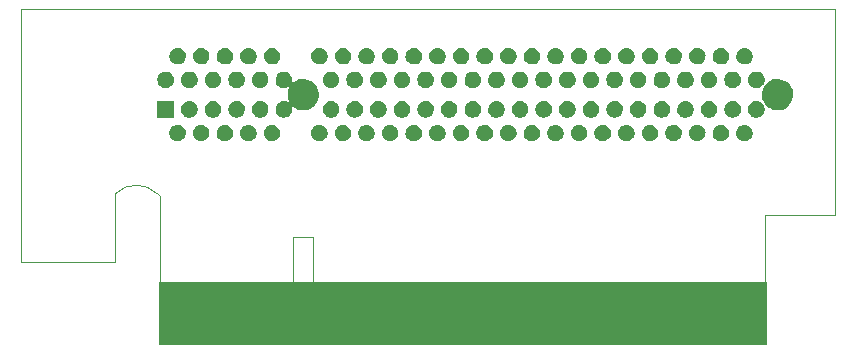
<source format=gbs>
G04 #@! TF.FileFunction,Soldermask,Bot*
%FSLAX46Y46*%
G04 Gerber Fmt 4.6, Leading zero omitted, Abs format (unit mm)*
G04 Created by KiCad (PCBNEW 4.0.2+e4-6225~38~ubuntu14.04.1-stable) date Wed Aug  3 16:15:20 2016*
%MOMM*%
G01*
G04 APERTURE LIST*
%ADD10C,0.350000*%
%ADD11C,0.100000*%
G04 APERTURE END LIST*
D10*
D11*
X174000000Y-175677360D02*
X173750000Y-175427360D01*
X174000000Y-175720060D02*
X174000000Y-188150000D01*
X185250000Y-179150000D02*
X185250000Y-188150000D01*
X162250000Y-159804100D02*
X162250000Y-181250000D01*
X170225720Y-175488600D02*
X170225720Y-181250000D01*
X170172380Y-181250000D02*
X162250000Y-181250000D01*
X225247200Y-177250000D02*
X231165400Y-177250000D01*
X231162860Y-159804100D02*
X162250000Y-159804100D01*
X231165400Y-177241200D02*
X231165400Y-159806640D01*
X225250000Y-177250000D02*
X225250000Y-177500000D01*
X185250000Y-188150000D02*
X174000000Y-188150000D01*
X187000000Y-179150000D02*
X185250000Y-179150000D01*
X187000000Y-188150000D02*
X187000000Y-179150000D01*
X225250000Y-188150000D02*
X187000000Y-188150000D01*
X225250000Y-177250000D02*
X225250000Y-188150000D01*
X173795515Y-175473408D02*
G75*
G03X170265240Y-175442600I-1780275J-1719192D01*
G01*
D10*
G36*
X225400000Y-188297795D02*
X173900000Y-188297795D01*
X173900000Y-182900000D01*
X225400000Y-182900000D01*
X225400000Y-188297795D01*
X225400000Y-188297795D01*
G37*
G36*
X201580122Y-169606263D02*
X201714599Y-169633867D01*
X201841148Y-169687063D01*
X201954962Y-169763832D01*
X202051688Y-169861235D01*
X202127658Y-169975580D01*
X202179969Y-170102496D01*
X202206529Y-170236634D01*
X202206529Y-170236650D01*
X202206630Y-170237161D01*
X202204441Y-170393958D01*
X202204325Y-170394467D01*
X202204325Y-170394486D01*
X202174031Y-170527824D01*
X202118195Y-170653235D01*
X202039065Y-170765408D01*
X201939651Y-170860079D01*
X201823741Y-170933638D01*
X201695756Y-170983279D01*
X201560563Y-171007118D01*
X201423315Y-171004242D01*
X201289241Y-170974765D01*
X201163444Y-170919805D01*
X201050720Y-170841460D01*
X200955356Y-170742708D01*
X200880993Y-170627319D01*
X200830457Y-170499680D01*
X200805676Y-170364661D01*
X200807594Y-170227392D01*
X200836135Y-170093114D01*
X200890212Y-169966943D01*
X200967774Y-169853667D01*
X201065853Y-169757622D01*
X201180723Y-169682451D01*
X201308003Y-169631027D01*
X201442849Y-169605304D01*
X201580122Y-169606263D01*
X201580122Y-169606263D01*
G37*
G36*
X207580122Y-169606263D02*
X207714599Y-169633867D01*
X207841148Y-169687063D01*
X207954962Y-169763832D01*
X208051688Y-169861235D01*
X208127658Y-169975580D01*
X208179969Y-170102496D01*
X208206529Y-170236634D01*
X208206529Y-170236650D01*
X208206630Y-170237161D01*
X208204441Y-170393958D01*
X208204325Y-170394467D01*
X208204325Y-170394486D01*
X208174031Y-170527824D01*
X208118195Y-170653235D01*
X208039065Y-170765408D01*
X207939651Y-170860079D01*
X207823741Y-170933638D01*
X207695756Y-170983279D01*
X207560563Y-171007118D01*
X207423315Y-171004242D01*
X207289241Y-170974765D01*
X207163444Y-170919805D01*
X207050720Y-170841460D01*
X206955356Y-170742708D01*
X206880993Y-170627319D01*
X206830457Y-170499680D01*
X206805676Y-170364661D01*
X206807594Y-170227392D01*
X206836135Y-170093114D01*
X206890212Y-169966943D01*
X206967774Y-169853667D01*
X207065853Y-169757622D01*
X207180723Y-169682451D01*
X207308003Y-169631027D01*
X207442849Y-169605304D01*
X207580122Y-169606263D01*
X207580122Y-169606263D01*
G37*
G36*
X213580122Y-169606263D02*
X213714599Y-169633867D01*
X213841148Y-169687063D01*
X213954962Y-169763832D01*
X214051688Y-169861235D01*
X214127658Y-169975580D01*
X214179969Y-170102496D01*
X214206529Y-170236634D01*
X214206529Y-170236650D01*
X214206630Y-170237161D01*
X214204441Y-170393958D01*
X214204325Y-170394467D01*
X214204325Y-170394486D01*
X214174031Y-170527824D01*
X214118195Y-170653235D01*
X214039065Y-170765408D01*
X213939651Y-170860079D01*
X213823741Y-170933638D01*
X213695756Y-170983279D01*
X213560563Y-171007118D01*
X213423315Y-171004242D01*
X213289241Y-170974765D01*
X213163444Y-170919805D01*
X213050720Y-170841460D01*
X212955356Y-170742708D01*
X212880993Y-170627319D01*
X212830457Y-170499680D01*
X212805676Y-170364661D01*
X212807594Y-170227392D01*
X212836135Y-170093114D01*
X212890212Y-169966943D01*
X212967774Y-169853667D01*
X213065853Y-169757622D01*
X213180723Y-169682451D01*
X213308003Y-169631027D01*
X213442849Y-169605304D01*
X213580122Y-169606263D01*
X213580122Y-169606263D01*
G37*
G36*
X209580122Y-169606263D02*
X209714599Y-169633867D01*
X209841148Y-169687063D01*
X209954962Y-169763832D01*
X210051688Y-169861235D01*
X210127658Y-169975580D01*
X210179969Y-170102496D01*
X210206529Y-170236634D01*
X210206529Y-170236650D01*
X210206630Y-170237161D01*
X210204441Y-170393958D01*
X210204325Y-170394467D01*
X210204325Y-170394486D01*
X210174031Y-170527824D01*
X210118195Y-170653235D01*
X210039065Y-170765408D01*
X209939651Y-170860079D01*
X209823741Y-170933638D01*
X209695756Y-170983279D01*
X209560563Y-171007118D01*
X209423315Y-171004242D01*
X209289241Y-170974765D01*
X209163444Y-170919805D01*
X209050720Y-170841460D01*
X208955356Y-170742708D01*
X208880993Y-170627319D01*
X208830457Y-170499680D01*
X208805676Y-170364661D01*
X208807594Y-170227392D01*
X208836135Y-170093114D01*
X208890212Y-169966943D01*
X208967774Y-169853667D01*
X209065853Y-169757622D01*
X209180723Y-169682451D01*
X209308003Y-169631027D01*
X209442849Y-169605304D01*
X209580122Y-169606263D01*
X209580122Y-169606263D01*
G37*
G36*
X205580122Y-169606263D02*
X205714599Y-169633867D01*
X205841148Y-169687063D01*
X205954962Y-169763832D01*
X206051688Y-169861235D01*
X206127658Y-169975580D01*
X206179969Y-170102496D01*
X206206529Y-170236634D01*
X206206529Y-170236650D01*
X206206630Y-170237161D01*
X206204441Y-170393958D01*
X206204325Y-170394467D01*
X206204325Y-170394486D01*
X206174031Y-170527824D01*
X206118195Y-170653235D01*
X206039065Y-170765408D01*
X205939651Y-170860079D01*
X205823741Y-170933638D01*
X205695756Y-170983279D01*
X205560563Y-171007118D01*
X205423315Y-171004242D01*
X205289241Y-170974765D01*
X205163444Y-170919805D01*
X205050720Y-170841460D01*
X204955356Y-170742708D01*
X204880993Y-170627319D01*
X204830457Y-170499680D01*
X204805676Y-170364661D01*
X204807594Y-170227392D01*
X204836135Y-170093114D01*
X204890212Y-169966943D01*
X204967774Y-169853667D01*
X205065853Y-169757622D01*
X205180723Y-169682451D01*
X205308003Y-169631027D01*
X205442849Y-169605304D01*
X205580122Y-169606263D01*
X205580122Y-169606263D01*
G37*
G36*
X175580122Y-169606263D02*
X175714599Y-169633867D01*
X175841148Y-169687063D01*
X175954962Y-169763832D01*
X176051688Y-169861235D01*
X176127658Y-169975580D01*
X176179969Y-170102496D01*
X176206529Y-170236634D01*
X176206529Y-170236650D01*
X176206630Y-170237161D01*
X176204441Y-170393958D01*
X176204325Y-170394467D01*
X176204325Y-170394486D01*
X176174031Y-170527824D01*
X176118195Y-170653235D01*
X176039065Y-170765408D01*
X175939651Y-170860079D01*
X175823741Y-170933638D01*
X175695756Y-170983279D01*
X175560563Y-171007118D01*
X175423315Y-171004242D01*
X175289241Y-170974765D01*
X175163444Y-170919805D01*
X175050720Y-170841460D01*
X174955356Y-170742708D01*
X174880993Y-170627319D01*
X174830457Y-170499680D01*
X174805676Y-170364661D01*
X174807594Y-170227392D01*
X174836135Y-170093114D01*
X174890212Y-169966943D01*
X174967774Y-169853667D01*
X175065853Y-169757622D01*
X175180723Y-169682451D01*
X175308003Y-169631027D01*
X175442849Y-169605304D01*
X175580122Y-169606263D01*
X175580122Y-169606263D01*
G37*
G36*
X211580122Y-169606263D02*
X211714599Y-169633867D01*
X211841148Y-169687063D01*
X211954962Y-169763832D01*
X212051688Y-169861235D01*
X212127658Y-169975580D01*
X212179969Y-170102496D01*
X212206529Y-170236634D01*
X212206529Y-170236650D01*
X212206630Y-170237161D01*
X212204441Y-170393958D01*
X212204325Y-170394467D01*
X212204325Y-170394486D01*
X212174031Y-170527824D01*
X212118195Y-170653235D01*
X212039065Y-170765408D01*
X211939651Y-170860079D01*
X211823741Y-170933638D01*
X211695756Y-170983279D01*
X211560563Y-171007118D01*
X211423315Y-171004242D01*
X211289241Y-170974765D01*
X211163444Y-170919805D01*
X211050720Y-170841460D01*
X210955356Y-170742708D01*
X210880993Y-170627319D01*
X210830457Y-170499680D01*
X210805676Y-170364661D01*
X210807594Y-170227392D01*
X210836135Y-170093114D01*
X210890212Y-169966943D01*
X210967774Y-169853667D01*
X211065853Y-169757622D01*
X211180723Y-169682451D01*
X211308003Y-169631027D01*
X211442849Y-169605304D01*
X211580122Y-169606263D01*
X211580122Y-169606263D01*
G37*
G36*
X215580122Y-169606263D02*
X215714599Y-169633867D01*
X215841148Y-169687063D01*
X215954962Y-169763832D01*
X216051688Y-169861235D01*
X216127658Y-169975580D01*
X216179969Y-170102496D01*
X216206529Y-170236634D01*
X216206529Y-170236650D01*
X216206630Y-170237161D01*
X216204441Y-170393958D01*
X216204325Y-170394467D01*
X216204325Y-170394486D01*
X216174031Y-170527824D01*
X216118195Y-170653235D01*
X216039065Y-170765408D01*
X215939651Y-170860079D01*
X215823741Y-170933638D01*
X215695756Y-170983279D01*
X215560563Y-171007118D01*
X215423315Y-171004242D01*
X215289241Y-170974765D01*
X215163444Y-170919805D01*
X215050720Y-170841460D01*
X214955356Y-170742708D01*
X214880993Y-170627319D01*
X214830457Y-170499680D01*
X214805676Y-170364661D01*
X214807594Y-170227392D01*
X214836135Y-170093114D01*
X214890212Y-169966943D01*
X214967774Y-169853667D01*
X215065853Y-169757622D01*
X215180723Y-169682451D01*
X215308003Y-169631027D01*
X215442849Y-169605304D01*
X215580122Y-169606263D01*
X215580122Y-169606263D01*
G37*
G36*
X217580122Y-169606263D02*
X217714599Y-169633867D01*
X217841148Y-169687063D01*
X217954962Y-169763832D01*
X218051688Y-169861235D01*
X218127658Y-169975580D01*
X218179969Y-170102496D01*
X218206529Y-170236634D01*
X218206529Y-170236650D01*
X218206630Y-170237161D01*
X218204441Y-170393958D01*
X218204325Y-170394467D01*
X218204325Y-170394486D01*
X218174031Y-170527824D01*
X218118195Y-170653235D01*
X218039065Y-170765408D01*
X217939651Y-170860079D01*
X217823741Y-170933638D01*
X217695756Y-170983279D01*
X217560563Y-171007118D01*
X217423315Y-171004242D01*
X217289241Y-170974765D01*
X217163444Y-170919805D01*
X217050720Y-170841460D01*
X216955356Y-170742708D01*
X216880993Y-170627319D01*
X216830457Y-170499680D01*
X216805676Y-170364661D01*
X216807594Y-170227392D01*
X216836135Y-170093114D01*
X216890212Y-169966943D01*
X216967774Y-169853667D01*
X217065853Y-169757622D01*
X217180723Y-169682451D01*
X217308003Y-169631027D01*
X217442849Y-169605304D01*
X217580122Y-169606263D01*
X217580122Y-169606263D01*
G37*
G36*
X219580122Y-169606263D02*
X219714599Y-169633867D01*
X219841148Y-169687063D01*
X219954962Y-169763832D01*
X220051688Y-169861235D01*
X220127658Y-169975580D01*
X220179969Y-170102496D01*
X220206529Y-170236634D01*
X220206529Y-170236650D01*
X220206630Y-170237161D01*
X220204441Y-170393958D01*
X220204325Y-170394467D01*
X220204325Y-170394486D01*
X220174031Y-170527824D01*
X220118195Y-170653235D01*
X220039065Y-170765408D01*
X219939651Y-170860079D01*
X219823741Y-170933638D01*
X219695756Y-170983279D01*
X219560563Y-171007118D01*
X219423315Y-171004242D01*
X219289241Y-170974765D01*
X219163444Y-170919805D01*
X219050720Y-170841460D01*
X218955356Y-170742708D01*
X218880993Y-170627319D01*
X218830457Y-170499680D01*
X218805676Y-170364661D01*
X218807594Y-170227392D01*
X218836135Y-170093114D01*
X218890212Y-169966943D01*
X218967774Y-169853667D01*
X219065853Y-169757622D01*
X219180723Y-169682451D01*
X219308003Y-169631027D01*
X219442849Y-169605304D01*
X219580122Y-169606263D01*
X219580122Y-169606263D01*
G37*
G36*
X221580122Y-169606263D02*
X221714599Y-169633867D01*
X221841148Y-169687063D01*
X221954962Y-169763832D01*
X222051688Y-169861235D01*
X222127658Y-169975580D01*
X222179969Y-170102496D01*
X222206529Y-170236634D01*
X222206529Y-170236650D01*
X222206630Y-170237161D01*
X222204441Y-170393958D01*
X222204325Y-170394467D01*
X222204325Y-170394486D01*
X222174031Y-170527824D01*
X222118195Y-170653235D01*
X222039065Y-170765408D01*
X221939651Y-170860079D01*
X221823741Y-170933638D01*
X221695756Y-170983279D01*
X221560563Y-171007118D01*
X221423315Y-171004242D01*
X221289241Y-170974765D01*
X221163444Y-170919805D01*
X221050720Y-170841460D01*
X220955356Y-170742708D01*
X220880993Y-170627319D01*
X220830457Y-170499680D01*
X220805676Y-170364661D01*
X220807594Y-170227392D01*
X220836135Y-170093114D01*
X220890212Y-169966943D01*
X220967774Y-169853667D01*
X221065853Y-169757622D01*
X221180723Y-169682451D01*
X221308003Y-169631027D01*
X221442849Y-169605304D01*
X221580122Y-169606263D01*
X221580122Y-169606263D01*
G37*
G36*
X223580122Y-169606263D02*
X223714599Y-169633867D01*
X223841148Y-169687063D01*
X223954962Y-169763832D01*
X224051688Y-169861235D01*
X224127658Y-169975580D01*
X224179969Y-170102496D01*
X224206529Y-170236634D01*
X224206529Y-170236650D01*
X224206630Y-170237161D01*
X224204441Y-170393958D01*
X224204325Y-170394467D01*
X224204325Y-170394486D01*
X224174031Y-170527824D01*
X224118195Y-170653235D01*
X224039065Y-170765408D01*
X223939651Y-170860079D01*
X223823741Y-170933638D01*
X223695756Y-170983279D01*
X223560563Y-171007118D01*
X223423315Y-171004242D01*
X223289241Y-170974765D01*
X223163444Y-170919805D01*
X223050720Y-170841460D01*
X222955356Y-170742708D01*
X222880993Y-170627319D01*
X222830457Y-170499680D01*
X222805676Y-170364661D01*
X222807594Y-170227392D01*
X222836135Y-170093114D01*
X222890212Y-169966943D01*
X222967774Y-169853667D01*
X223065853Y-169757622D01*
X223180723Y-169682451D01*
X223308003Y-169631027D01*
X223442849Y-169605304D01*
X223580122Y-169606263D01*
X223580122Y-169606263D01*
G37*
G36*
X199580122Y-169606263D02*
X199714599Y-169633867D01*
X199841148Y-169687063D01*
X199954962Y-169763832D01*
X200051688Y-169861235D01*
X200127658Y-169975580D01*
X200179969Y-170102496D01*
X200206529Y-170236634D01*
X200206529Y-170236650D01*
X200206630Y-170237161D01*
X200204441Y-170393958D01*
X200204325Y-170394467D01*
X200204325Y-170394486D01*
X200174031Y-170527824D01*
X200118195Y-170653235D01*
X200039065Y-170765408D01*
X199939651Y-170860079D01*
X199823741Y-170933638D01*
X199695756Y-170983279D01*
X199560563Y-171007118D01*
X199423315Y-171004242D01*
X199289241Y-170974765D01*
X199163444Y-170919805D01*
X199050720Y-170841460D01*
X198955356Y-170742708D01*
X198880993Y-170627319D01*
X198830457Y-170499680D01*
X198805676Y-170364661D01*
X198807594Y-170227392D01*
X198836135Y-170093114D01*
X198890212Y-169966943D01*
X198967774Y-169853667D01*
X199065853Y-169757622D01*
X199180723Y-169682451D01*
X199308003Y-169631027D01*
X199442849Y-169605304D01*
X199580122Y-169606263D01*
X199580122Y-169606263D01*
G37*
G36*
X203580122Y-169606263D02*
X203714599Y-169633867D01*
X203841148Y-169687063D01*
X203954962Y-169763832D01*
X204051688Y-169861235D01*
X204127658Y-169975580D01*
X204179969Y-170102496D01*
X204206529Y-170236634D01*
X204206529Y-170236650D01*
X204206630Y-170237161D01*
X204204441Y-170393958D01*
X204204325Y-170394467D01*
X204204325Y-170394486D01*
X204174031Y-170527824D01*
X204118195Y-170653235D01*
X204039065Y-170765408D01*
X203939651Y-170860079D01*
X203823741Y-170933638D01*
X203695756Y-170983279D01*
X203560563Y-171007118D01*
X203423315Y-171004242D01*
X203289241Y-170974765D01*
X203163444Y-170919805D01*
X203050720Y-170841460D01*
X202955356Y-170742708D01*
X202880993Y-170627319D01*
X202830457Y-170499680D01*
X202805676Y-170364661D01*
X202807594Y-170227392D01*
X202836135Y-170093114D01*
X202890212Y-169966943D01*
X202967774Y-169853667D01*
X203065853Y-169757622D01*
X203180723Y-169682451D01*
X203308003Y-169631027D01*
X203442849Y-169605304D01*
X203580122Y-169606263D01*
X203580122Y-169606263D01*
G37*
G36*
X177580122Y-169606263D02*
X177714599Y-169633867D01*
X177841148Y-169687063D01*
X177954962Y-169763832D01*
X178051688Y-169861235D01*
X178127658Y-169975580D01*
X178179969Y-170102496D01*
X178206529Y-170236634D01*
X178206529Y-170236650D01*
X178206630Y-170237161D01*
X178204441Y-170393958D01*
X178204325Y-170394467D01*
X178204325Y-170394486D01*
X178174031Y-170527824D01*
X178118195Y-170653235D01*
X178039065Y-170765408D01*
X177939651Y-170860079D01*
X177823741Y-170933638D01*
X177695756Y-170983279D01*
X177560563Y-171007118D01*
X177423315Y-171004242D01*
X177289241Y-170974765D01*
X177163444Y-170919805D01*
X177050720Y-170841460D01*
X176955356Y-170742708D01*
X176880993Y-170627319D01*
X176830457Y-170499680D01*
X176805676Y-170364661D01*
X176807594Y-170227392D01*
X176836135Y-170093114D01*
X176890212Y-169966943D01*
X176967774Y-169853667D01*
X177065853Y-169757622D01*
X177180723Y-169682451D01*
X177308003Y-169631027D01*
X177442849Y-169605304D01*
X177580122Y-169606263D01*
X177580122Y-169606263D01*
G37*
G36*
X179580122Y-169606263D02*
X179714599Y-169633867D01*
X179841148Y-169687063D01*
X179954962Y-169763832D01*
X180051688Y-169861235D01*
X180127658Y-169975580D01*
X180179969Y-170102496D01*
X180206529Y-170236634D01*
X180206529Y-170236650D01*
X180206630Y-170237161D01*
X180204441Y-170393958D01*
X180204325Y-170394467D01*
X180204325Y-170394486D01*
X180174031Y-170527824D01*
X180118195Y-170653235D01*
X180039065Y-170765408D01*
X179939651Y-170860079D01*
X179823741Y-170933638D01*
X179695756Y-170983279D01*
X179560563Y-171007118D01*
X179423315Y-171004242D01*
X179289241Y-170974765D01*
X179163444Y-170919805D01*
X179050720Y-170841460D01*
X178955356Y-170742708D01*
X178880993Y-170627319D01*
X178830457Y-170499680D01*
X178805676Y-170364661D01*
X178807594Y-170227392D01*
X178836135Y-170093114D01*
X178890212Y-169966943D01*
X178967774Y-169853667D01*
X179065853Y-169757622D01*
X179180723Y-169682451D01*
X179308003Y-169631027D01*
X179442849Y-169605304D01*
X179580122Y-169606263D01*
X179580122Y-169606263D01*
G37*
G36*
X181580122Y-169606263D02*
X181714599Y-169633867D01*
X181841148Y-169687063D01*
X181954962Y-169763832D01*
X182051688Y-169861235D01*
X182127658Y-169975580D01*
X182179969Y-170102496D01*
X182206529Y-170236634D01*
X182206529Y-170236650D01*
X182206630Y-170237161D01*
X182204441Y-170393958D01*
X182204325Y-170394467D01*
X182204325Y-170394486D01*
X182174031Y-170527824D01*
X182118195Y-170653235D01*
X182039065Y-170765408D01*
X181939651Y-170860079D01*
X181823741Y-170933638D01*
X181695756Y-170983279D01*
X181560563Y-171007118D01*
X181423315Y-171004242D01*
X181289241Y-170974765D01*
X181163444Y-170919805D01*
X181050720Y-170841460D01*
X180955356Y-170742708D01*
X180880993Y-170627319D01*
X180830457Y-170499680D01*
X180805676Y-170364661D01*
X180807594Y-170227392D01*
X180836135Y-170093114D01*
X180890212Y-169966943D01*
X180967774Y-169853667D01*
X181065853Y-169757622D01*
X181180723Y-169682451D01*
X181308003Y-169631027D01*
X181442849Y-169605304D01*
X181580122Y-169606263D01*
X181580122Y-169606263D01*
G37*
G36*
X183580122Y-169606263D02*
X183714599Y-169633867D01*
X183841148Y-169687063D01*
X183954962Y-169763832D01*
X184051688Y-169861235D01*
X184127658Y-169975580D01*
X184179969Y-170102496D01*
X184206529Y-170236634D01*
X184206529Y-170236650D01*
X184206630Y-170237161D01*
X184204441Y-170393958D01*
X184204325Y-170394467D01*
X184204325Y-170394486D01*
X184174031Y-170527824D01*
X184118195Y-170653235D01*
X184039065Y-170765408D01*
X183939651Y-170860079D01*
X183823741Y-170933638D01*
X183695756Y-170983279D01*
X183560563Y-171007118D01*
X183423315Y-171004242D01*
X183289241Y-170974765D01*
X183163444Y-170919805D01*
X183050720Y-170841460D01*
X182955356Y-170742708D01*
X182880993Y-170627319D01*
X182830457Y-170499680D01*
X182805676Y-170364661D01*
X182807594Y-170227392D01*
X182836135Y-170093114D01*
X182890212Y-169966943D01*
X182967774Y-169853667D01*
X183065853Y-169757622D01*
X183180723Y-169682451D01*
X183308003Y-169631027D01*
X183442849Y-169605304D01*
X183580122Y-169606263D01*
X183580122Y-169606263D01*
G37*
G36*
X187580122Y-169606263D02*
X187714599Y-169633867D01*
X187841148Y-169687063D01*
X187954962Y-169763832D01*
X188051688Y-169861235D01*
X188127658Y-169975580D01*
X188179969Y-170102496D01*
X188206529Y-170236634D01*
X188206529Y-170236650D01*
X188206630Y-170237161D01*
X188204441Y-170393958D01*
X188204325Y-170394467D01*
X188204325Y-170394486D01*
X188174031Y-170527824D01*
X188118195Y-170653235D01*
X188039065Y-170765408D01*
X187939651Y-170860079D01*
X187823741Y-170933638D01*
X187695756Y-170983279D01*
X187560563Y-171007118D01*
X187423315Y-171004242D01*
X187289241Y-170974765D01*
X187163444Y-170919805D01*
X187050720Y-170841460D01*
X186955356Y-170742708D01*
X186880993Y-170627319D01*
X186830457Y-170499680D01*
X186805676Y-170364661D01*
X186807594Y-170227392D01*
X186836135Y-170093114D01*
X186890212Y-169966943D01*
X186967774Y-169853667D01*
X187065853Y-169757622D01*
X187180723Y-169682451D01*
X187308003Y-169631027D01*
X187442849Y-169605304D01*
X187580122Y-169606263D01*
X187580122Y-169606263D01*
G37*
G36*
X189580122Y-169606263D02*
X189714599Y-169633867D01*
X189841148Y-169687063D01*
X189954962Y-169763832D01*
X190051688Y-169861235D01*
X190127658Y-169975580D01*
X190179969Y-170102496D01*
X190206529Y-170236634D01*
X190206529Y-170236650D01*
X190206630Y-170237161D01*
X190204441Y-170393958D01*
X190204325Y-170394467D01*
X190204325Y-170394486D01*
X190174031Y-170527824D01*
X190118195Y-170653235D01*
X190039065Y-170765408D01*
X189939651Y-170860079D01*
X189823741Y-170933638D01*
X189695756Y-170983279D01*
X189560563Y-171007118D01*
X189423315Y-171004242D01*
X189289241Y-170974765D01*
X189163444Y-170919805D01*
X189050720Y-170841460D01*
X188955356Y-170742708D01*
X188880993Y-170627319D01*
X188830457Y-170499680D01*
X188805676Y-170364661D01*
X188807594Y-170227392D01*
X188836135Y-170093114D01*
X188890212Y-169966943D01*
X188967774Y-169853667D01*
X189065853Y-169757622D01*
X189180723Y-169682451D01*
X189308003Y-169631027D01*
X189442849Y-169605304D01*
X189580122Y-169606263D01*
X189580122Y-169606263D01*
G37*
G36*
X191580122Y-169606263D02*
X191714599Y-169633867D01*
X191841148Y-169687063D01*
X191954962Y-169763832D01*
X192051688Y-169861235D01*
X192127658Y-169975580D01*
X192179969Y-170102496D01*
X192206529Y-170236634D01*
X192206529Y-170236650D01*
X192206630Y-170237161D01*
X192204441Y-170393958D01*
X192204325Y-170394467D01*
X192204325Y-170394486D01*
X192174031Y-170527824D01*
X192118195Y-170653235D01*
X192039065Y-170765408D01*
X191939651Y-170860079D01*
X191823741Y-170933638D01*
X191695756Y-170983279D01*
X191560563Y-171007118D01*
X191423315Y-171004242D01*
X191289241Y-170974765D01*
X191163444Y-170919805D01*
X191050720Y-170841460D01*
X190955356Y-170742708D01*
X190880993Y-170627319D01*
X190830457Y-170499680D01*
X190805676Y-170364661D01*
X190807594Y-170227392D01*
X190836135Y-170093114D01*
X190890212Y-169966943D01*
X190967774Y-169853667D01*
X191065853Y-169757622D01*
X191180723Y-169682451D01*
X191308003Y-169631027D01*
X191442849Y-169605304D01*
X191580122Y-169606263D01*
X191580122Y-169606263D01*
G37*
G36*
X193580122Y-169606263D02*
X193714599Y-169633867D01*
X193841148Y-169687063D01*
X193954962Y-169763832D01*
X194051688Y-169861235D01*
X194127658Y-169975580D01*
X194179969Y-170102496D01*
X194206529Y-170236634D01*
X194206529Y-170236650D01*
X194206630Y-170237161D01*
X194204441Y-170393958D01*
X194204325Y-170394467D01*
X194204325Y-170394486D01*
X194174031Y-170527824D01*
X194118195Y-170653235D01*
X194039065Y-170765408D01*
X193939651Y-170860079D01*
X193823741Y-170933638D01*
X193695756Y-170983279D01*
X193560563Y-171007118D01*
X193423315Y-171004242D01*
X193289241Y-170974765D01*
X193163444Y-170919805D01*
X193050720Y-170841460D01*
X192955356Y-170742708D01*
X192880993Y-170627319D01*
X192830457Y-170499680D01*
X192805676Y-170364661D01*
X192807594Y-170227392D01*
X192836135Y-170093114D01*
X192890212Y-169966943D01*
X192967774Y-169853667D01*
X193065853Y-169757622D01*
X193180723Y-169682451D01*
X193308003Y-169631027D01*
X193442849Y-169605304D01*
X193580122Y-169606263D01*
X193580122Y-169606263D01*
G37*
G36*
X195580122Y-169606263D02*
X195714599Y-169633867D01*
X195841148Y-169687063D01*
X195954962Y-169763832D01*
X196051688Y-169861235D01*
X196127658Y-169975580D01*
X196179969Y-170102496D01*
X196206529Y-170236634D01*
X196206529Y-170236650D01*
X196206630Y-170237161D01*
X196204441Y-170393958D01*
X196204325Y-170394467D01*
X196204325Y-170394486D01*
X196174031Y-170527824D01*
X196118195Y-170653235D01*
X196039065Y-170765408D01*
X195939651Y-170860079D01*
X195823741Y-170933638D01*
X195695756Y-170983279D01*
X195560563Y-171007118D01*
X195423315Y-171004242D01*
X195289241Y-170974765D01*
X195163444Y-170919805D01*
X195050720Y-170841460D01*
X194955356Y-170742708D01*
X194880993Y-170627319D01*
X194830457Y-170499680D01*
X194805676Y-170364661D01*
X194807594Y-170227392D01*
X194836135Y-170093114D01*
X194890212Y-169966943D01*
X194967774Y-169853667D01*
X195065853Y-169757622D01*
X195180723Y-169682451D01*
X195308003Y-169631027D01*
X195442849Y-169605304D01*
X195580122Y-169606263D01*
X195580122Y-169606263D01*
G37*
G36*
X197580122Y-169606263D02*
X197714599Y-169633867D01*
X197841148Y-169687063D01*
X197954962Y-169763832D01*
X198051688Y-169861235D01*
X198127658Y-169975580D01*
X198179969Y-170102496D01*
X198206529Y-170236634D01*
X198206529Y-170236650D01*
X198206630Y-170237161D01*
X198204441Y-170393958D01*
X198204325Y-170394467D01*
X198204325Y-170394486D01*
X198174031Y-170527824D01*
X198118195Y-170653235D01*
X198039065Y-170765408D01*
X197939651Y-170860079D01*
X197823741Y-170933638D01*
X197695756Y-170983279D01*
X197560563Y-171007118D01*
X197423315Y-171004242D01*
X197289241Y-170974765D01*
X197163444Y-170919805D01*
X197050720Y-170841460D01*
X196955356Y-170742708D01*
X196880993Y-170627319D01*
X196830457Y-170499680D01*
X196805676Y-170364661D01*
X196807594Y-170227392D01*
X196836135Y-170093114D01*
X196890212Y-169966943D01*
X196967774Y-169853667D01*
X197065853Y-169757622D01*
X197180723Y-169682451D01*
X197308003Y-169631027D01*
X197442849Y-169605304D01*
X197580122Y-169606263D01*
X197580122Y-169606263D01*
G37*
G36*
X176580122Y-167606263D02*
X176714599Y-167633867D01*
X176841148Y-167687063D01*
X176954962Y-167763832D01*
X177051688Y-167861235D01*
X177127658Y-167975580D01*
X177179969Y-168102496D01*
X177206529Y-168236634D01*
X177206529Y-168236650D01*
X177206630Y-168237161D01*
X177204441Y-168393958D01*
X177204325Y-168394467D01*
X177204325Y-168394486D01*
X177174031Y-168527824D01*
X177118195Y-168653235D01*
X177039065Y-168765408D01*
X176939651Y-168860079D01*
X176823741Y-168933638D01*
X176695756Y-168983279D01*
X176560563Y-169007118D01*
X176423315Y-169004242D01*
X176289241Y-168974765D01*
X176163444Y-168919805D01*
X176050720Y-168841460D01*
X175955356Y-168742708D01*
X175880993Y-168627319D01*
X175830457Y-168499680D01*
X175805676Y-168364661D01*
X175807594Y-168227392D01*
X175836135Y-168093114D01*
X175890212Y-167966943D01*
X175967774Y-167853667D01*
X176065853Y-167757622D01*
X176180723Y-167682451D01*
X176308003Y-167631027D01*
X176442849Y-167605304D01*
X176580122Y-167606263D01*
X176580122Y-167606263D01*
G37*
G36*
X180580122Y-167606263D02*
X180714599Y-167633867D01*
X180841148Y-167687063D01*
X180954962Y-167763832D01*
X181051688Y-167861235D01*
X181127658Y-167975580D01*
X181179969Y-168102496D01*
X181206529Y-168236634D01*
X181206529Y-168236650D01*
X181206630Y-168237161D01*
X181204441Y-168393958D01*
X181204325Y-168394467D01*
X181204325Y-168394486D01*
X181174031Y-168527824D01*
X181118195Y-168653235D01*
X181039065Y-168765408D01*
X180939651Y-168860079D01*
X180823741Y-168933638D01*
X180695756Y-168983279D01*
X180560563Y-169007118D01*
X180423315Y-169004242D01*
X180289241Y-168974765D01*
X180163444Y-168919805D01*
X180050720Y-168841460D01*
X179955356Y-168742708D01*
X179880993Y-168627319D01*
X179830457Y-168499680D01*
X179805676Y-168364661D01*
X179807594Y-168227392D01*
X179836135Y-168093114D01*
X179890212Y-167966943D01*
X179967774Y-167853667D01*
X180065853Y-167757622D01*
X180180723Y-167682451D01*
X180308003Y-167631027D01*
X180442849Y-167605304D01*
X180580122Y-167606263D01*
X180580122Y-167606263D01*
G37*
G36*
X206580122Y-167606263D02*
X206714599Y-167633867D01*
X206841148Y-167687063D01*
X206954962Y-167763832D01*
X207051688Y-167861235D01*
X207127658Y-167975580D01*
X207179969Y-168102496D01*
X207206529Y-168236634D01*
X207206529Y-168236650D01*
X207206630Y-168237161D01*
X207204441Y-168393958D01*
X207204325Y-168394467D01*
X207204325Y-168394486D01*
X207174031Y-168527824D01*
X207118195Y-168653235D01*
X207039065Y-168765408D01*
X206939651Y-168860079D01*
X206823741Y-168933638D01*
X206695756Y-168983279D01*
X206560563Y-169007118D01*
X206423315Y-169004242D01*
X206289241Y-168974765D01*
X206163444Y-168919805D01*
X206050720Y-168841460D01*
X205955356Y-168742708D01*
X205880993Y-168627319D01*
X205830457Y-168499680D01*
X205805676Y-168364661D01*
X205807594Y-168227392D01*
X205836135Y-168093114D01*
X205890212Y-167966943D01*
X205967774Y-167853667D01*
X206065853Y-167757622D01*
X206180723Y-167682451D01*
X206308003Y-167631027D01*
X206442849Y-167605304D01*
X206580122Y-167606263D01*
X206580122Y-167606263D01*
G37*
G36*
X208580122Y-167606263D02*
X208714599Y-167633867D01*
X208841148Y-167687063D01*
X208954962Y-167763832D01*
X209051688Y-167861235D01*
X209127658Y-167975580D01*
X209179969Y-168102496D01*
X209206529Y-168236634D01*
X209206529Y-168236650D01*
X209206630Y-168237161D01*
X209204441Y-168393958D01*
X209204325Y-168394467D01*
X209204325Y-168394486D01*
X209174031Y-168527824D01*
X209118195Y-168653235D01*
X209039065Y-168765408D01*
X208939651Y-168860079D01*
X208823741Y-168933638D01*
X208695756Y-168983279D01*
X208560563Y-169007118D01*
X208423315Y-169004242D01*
X208289241Y-168974765D01*
X208163444Y-168919805D01*
X208050720Y-168841460D01*
X207955356Y-168742708D01*
X207880993Y-168627319D01*
X207830457Y-168499680D01*
X207805676Y-168364661D01*
X207807594Y-168227392D01*
X207836135Y-168093114D01*
X207890212Y-167966943D01*
X207967774Y-167853667D01*
X208065853Y-167757622D01*
X208180723Y-167682451D01*
X208308003Y-167631027D01*
X208442849Y-167605304D01*
X208580122Y-167606263D01*
X208580122Y-167606263D01*
G37*
G36*
X210580122Y-167606263D02*
X210714599Y-167633867D01*
X210841148Y-167687063D01*
X210954962Y-167763832D01*
X211051688Y-167861235D01*
X211127658Y-167975580D01*
X211179969Y-168102496D01*
X211206529Y-168236634D01*
X211206529Y-168236650D01*
X211206630Y-168237161D01*
X211204441Y-168393958D01*
X211204325Y-168394467D01*
X211204325Y-168394486D01*
X211174031Y-168527824D01*
X211118195Y-168653235D01*
X211039065Y-168765408D01*
X210939651Y-168860079D01*
X210823741Y-168933638D01*
X210695756Y-168983279D01*
X210560563Y-169007118D01*
X210423315Y-169004242D01*
X210289241Y-168974765D01*
X210163444Y-168919805D01*
X210050720Y-168841460D01*
X209955356Y-168742708D01*
X209880993Y-168627319D01*
X209830457Y-168499680D01*
X209805676Y-168364661D01*
X209807594Y-168227392D01*
X209836135Y-168093114D01*
X209890212Y-167966943D01*
X209967774Y-167853667D01*
X210065853Y-167757622D01*
X210180723Y-167682451D01*
X210308003Y-167631027D01*
X210442849Y-167605304D01*
X210580122Y-167606263D01*
X210580122Y-167606263D01*
G37*
G36*
X212580122Y-167606263D02*
X212714599Y-167633867D01*
X212841148Y-167687063D01*
X212954962Y-167763832D01*
X213051688Y-167861235D01*
X213127658Y-167975580D01*
X213179969Y-168102496D01*
X213206529Y-168236634D01*
X213206529Y-168236650D01*
X213206630Y-168237161D01*
X213204441Y-168393958D01*
X213204325Y-168394467D01*
X213204325Y-168394486D01*
X213174031Y-168527824D01*
X213118195Y-168653235D01*
X213039065Y-168765408D01*
X212939651Y-168860079D01*
X212823741Y-168933638D01*
X212695756Y-168983279D01*
X212560563Y-169007118D01*
X212423315Y-169004242D01*
X212289241Y-168974765D01*
X212163444Y-168919805D01*
X212050720Y-168841460D01*
X211955356Y-168742708D01*
X211880993Y-168627319D01*
X211830457Y-168499680D01*
X211805676Y-168364661D01*
X211807594Y-168227392D01*
X211836135Y-168093114D01*
X211890212Y-167966943D01*
X211967774Y-167853667D01*
X212065853Y-167757622D01*
X212180723Y-167682451D01*
X212308003Y-167631027D01*
X212442849Y-167605304D01*
X212580122Y-167606263D01*
X212580122Y-167606263D01*
G37*
G36*
X214580122Y-167606263D02*
X214714599Y-167633867D01*
X214841148Y-167687063D01*
X214954962Y-167763832D01*
X215051688Y-167861235D01*
X215127658Y-167975580D01*
X215179969Y-168102496D01*
X215206529Y-168236634D01*
X215206529Y-168236650D01*
X215206630Y-168237161D01*
X215204441Y-168393958D01*
X215204325Y-168394467D01*
X215204325Y-168394486D01*
X215174031Y-168527824D01*
X215118195Y-168653235D01*
X215039065Y-168765408D01*
X214939651Y-168860079D01*
X214823741Y-168933638D01*
X214695756Y-168983279D01*
X214560563Y-169007118D01*
X214423315Y-169004242D01*
X214289241Y-168974765D01*
X214163444Y-168919805D01*
X214050720Y-168841460D01*
X213955356Y-168742708D01*
X213880993Y-168627319D01*
X213830457Y-168499680D01*
X213805676Y-168364661D01*
X213807594Y-168227392D01*
X213836135Y-168093114D01*
X213890212Y-167966943D01*
X213967774Y-167853667D01*
X214065853Y-167757622D01*
X214180723Y-167682451D01*
X214308003Y-167631027D01*
X214442849Y-167605304D01*
X214580122Y-167606263D01*
X214580122Y-167606263D01*
G37*
G36*
X216580122Y-167606263D02*
X216714599Y-167633867D01*
X216841148Y-167687063D01*
X216954962Y-167763832D01*
X217051688Y-167861235D01*
X217127658Y-167975580D01*
X217179969Y-168102496D01*
X217206529Y-168236634D01*
X217206529Y-168236650D01*
X217206630Y-168237161D01*
X217204441Y-168393958D01*
X217204325Y-168394467D01*
X217204325Y-168394486D01*
X217174031Y-168527824D01*
X217118195Y-168653235D01*
X217039065Y-168765408D01*
X216939651Y-168860079D01*
X216823741Y-168933638D01*
X216695756Y-168983279D01*
X216560563Y-169007118D01*
X216423315Y-169004242D01*
X216289241Y-168974765D01*
X216163444Y-168919805D01*
X216050720Y-168841460D01*
X215955356Y-168742708D01*
X215880993Y-168627319D01*
X215830457Y-168499680D01*
X215805676Y-168364661D01*
X215807594Y-168227392D01*
X215836135Y-168093114D01*
X215890212Y-167966943D01*
X215967774Y-167853667D01*
X216065853Y-167757622D01*
X216180723Y-167682451D01*
X216308003Y-167631027D01*
X216442849Y-167605304D01*
X216580122Y-167606263D01*
X216580122Y-167606263D01*
G37*
G36*
X218580122Y-167606263D02*
X218714599Y-167633867D01*
X218841148Y-167687063D01*
X218954962Y-167763832D01*
X219051688Y-167861235D01*
X219127658Y-167975580D01*
X219179969Y-168102496D01*
X219206529Y-168236634D01*
X219206529Y-168236650D01*
X219206630Y-168237161D01*
X219204441Y-168393958D01*
X219204325Y-168394467D01*
X219204325Y-168394486D01*
X219174031Y-168527824D01*
X219118195Y-168653235D01*
X219039065Y-168765408D01*
X218939651Y-168860079D01*
X218823741Y-168933638D01*
X218695756Y-168983279D01*
X218560563Y-169007118D01*
X218423315Y-169004242D01*
X218289241Y-168974765D01*
X218163444Y-168919805D01*
X218050720Y-168841460D01*
X217955356Y-168742708D01*
X217880993Y-168627319D01*
X217830457Y-168499680D01*
X217805676Y-168364661D01*
X217807594Y-168227392D01*
X217836135Y-168093114D01*
X217890212Y-167966943D01*
X217967774Y-167853667D01*
X218065853Y-167757622D01*
X218180723Y-167682451D01*
X218308003Y-167631027D01*
X218442849Y-167605304D01*
X218580122Y-167606263D01*
X218580122Y-167606263D01*
G37*
G36*
X220580122Y-167606263D02*
X220714599Y-167633867D01*
X220841148Y-167687063D01*
X220954962Y-167763832D01*
X221051688Y-167861235D01*
X221127658Y-167975580D01*
X221179969Y-168102496D01*
X221206529Y-168236634D01*
X221206529Y-168236650D01*
X221206630Y-168237161D01*
X221204441Y-168393958D01*
X221204325Y-168394467D01*
X221204325Y-168394486D01*
X221174031Y-168527824D01*
X221118195Y-168653235D01*
X221039065Y-168765408D01*
X220939651Y-168860079D01*
X220823741Y-168933638D01*
X220695756Y-168983279D01*
X220560563Y-169007118D01*
X220423315Y-169004242D01*
X220289241Y-168974765D01*
X220163444Y-168919805D01*
X220050720Y-168841460D01*
X219955356Y-168742708D01*
X219880993Y-168627319D01*
X219830457Y-168499680D01*
X219805676Y-168364661D01*
X219807594Y-168227392D01*
X219836135Y-168093114D01*
X219890212Y-167966943D01*
X219967774Y-167853667D01*
X220065853Y-167757622D01*
X220180723Y-167682451D01*
X220308003Y-167631027D01*
X220442849Y-167605304D01*
X220580122Y-167606263D01*
X220580122Y-167606263D01*
G37*
G36*
X222580122Y-167606263D02*
X222714599Y-167633867D01*
X222841148Y-167687063D01*
X222954962Y-167763832D01*
X223051688Y-167861235D01*
X223127658Y-167975580D01*
X223179969Y-168102496D01*
X223206529Y-168236634D01*
X223206529Y-168236650D01*
X223206630Y-168237161D01*
X223204441Y-168393958D01*
X223204325Y-168394467D01*
X223204325Y-168394486D01*
X223174031Y-168527824D01*
X223118195Y-168653235D01*
X223039065Y-168765408D01*
X222939651Y-168860079D01*
X222823741Y-168933638D01*
X222695756Y-168983279D01*
X222560563Y-169007118D01*
X222423315Y-169004242D01*
X222289241Y-168974765D01*
X222163444Y-168919805D01*
X222050720Y-168841460D01*
X221955356Y-168742708D01*
X221880993Y-168627319D01*
X221830457Y-168499680D01*
X221805676Y-168364661D01*
X221807594Y-168227392D01*
X221836135Y-168093114D01*
X221890212Y-167966943D01*
X221967774Y-167853667D01*
X222065853Y-167757622D01*
X222180723Y-167682451D01*
X222308003Y-167631027D01*
X222442849Y-167605304D01*
X222580122Y-167606263D01*
X222580122Y-167606263D01*
G37*
G36*
X224580122Y-167606263D02*
X224714599Y-167633867D01*
X224841148Y-167687063D01*
X224954962Y-167763832D01*
X225051688Y-167861235D01*
X225127658Y-167975580D01*
X225179969Y-168102496D01*
X225206529Y-168236634D01*
X225206529Y-168236650D01*
X225206630Y-168237161D01*
X225204441Y-168393958D01*
X225204325Y-168394467D01*
X225204325Y-168394486D01*
X225174031Y-168527824D01*
X225118195Y-168653235D01*
X225039065Y-168765408D01*
X224939651Y-168860079D01*
X224823741Y-168933638D01*
X224695756Y-168983279D01*
X224560563Y-169007118D01*
X224423315Y-169004242D01*
X224289241Y-168974765D01*
X224163444Y-168919805D01*
X224050720Y-168841460D01*
X223955356Y-168742708D01*
X223880993Y-168627319D01*
X223830457Y-168499680D01*
X223805676Y-168364661D01*
X223807594Y-168227392D01*
X223836135Y-168093114D01*
X223890212Y-167966943D01*
X223967774Y-167853667D01*
X224065853Y-167757622D01*
X224180723Y-167682451D01*
X224308003Y-167631027D01*
X224442849Y-167605304D01*
X224580122Y-167606263D01*
X224580122Y-167606263D01*
G37*
G36*
X182580122Y-167606263D02*
X182714599Y-167633867D01*
X182841148Y-167687063D01*
X182954962Y-167763832D01*
X183051688Y-167861235D01*
X183127658Y-167975580D01*
X183179969Y-168102496D01*
X183206529Y-168236634D01*
X183206529Y-168236650D01*
X183206630Y-168237161D01*
X183204441Y-168393958D01*
X183204325Y-168394467D01*
X183204325Y-168394486D01*
X183174031Y-168527824D01*
X183118195Y-168653235D01*
X183039065Y-168765408D01*
X182939651Y-168860079D01*
X182823741Y-168933638D01*
X182695756Y-168983279D01*
X182560563Y-169007118D01*
X182423315Y-169004242D01*
X182289241Y-168974765D01*
X182163444Y-168919805D01*
X182050720Y-168841460D01*
X181955356Y-168742708D01*
X181880993Y-168627319D01*
X181830457Y-168499680D01*
X181805676Y-168364661D01*
X181807594Y-168227392D01*
X181836135Y-168093114D01*
X181890212Y-167966943D01*
X181967774Y-167853667D01*
X182065853Y-167757622D01*
X182180723Y-167682451D01*
X182308003Y-167631027D01*
X182442849Y-167605304D01*
X182580122Y-167606263D01*
X182580122Y-167606263D01*
G37*
G36*
X178580122Y-167606263D02*
X178714599Y-167633867D01*
X178841148Y-167687063D01*
X178954962Y-167763832D01*
X179051688Y-167861235D01*
X179127658Y-167975580D01*
X179179969Y-168102496D01*
X179206529Y-168236634D01*
X179206529Y-168236650D01*
X179206630Y-168237161D01*
X179204441Y-168393958D01*
X179204325Y-168394467D01*
X179204325Y-168394486D01*
X179174031Y-168527824D01*
X179118195Y-168653235D01*
X179039065Y-168765408D01*
X178939651Y-168860079D01*
X178823741Y-168933638D01*
X178695756Y-168983279D01*
X178560563Y-169007118D01*
X178423315Y-169004242D01*
X178289241Y-168974765D01*
X178163444Y-168919805D01*
X178050720Y-168841460D01*
X177955356Y-168742708D01*
X177880993Y-168627319D01*
X177830457Y-168499680D01*
X177805676Y-168364661D01*
X177807594Y-168227392D01*
X177836135Y-168093114D01*
X177890212Y-167966943D01*
X177967774Y-167853667D01*
X178065853Y-167757622D01*
X178180723Y-167682451D01*
X178308003Y-167631027D01*
X178442849Y-167605304D01*
X178580122Y-167606263D01*
X178580122Y-167606263D01*
G37*
G36*
X198580122Y-167606263D02*
X198714599Y-167633867D01*
X198841148Y-167687063D01*
X198954962Y-167763832D01*
X199051688Y-167861235D01*
X199127658Y-167975580D01*
X199179969Y-168102496D01*
X199206529Y-168236634D01*
X199206529Y-168236650D01*
X199206630Y-168237161D01*
X199204441Y-168393958D01*
X199204325Y-168394467D01*
X199204325Y-168394486D01*
X199174031Y-168527824D01*
X199118195Y-168653235D01*
X199039065Y-168765408D01*
X198939651Y-168860079D01*
X198823741Y-168933638D01*
X198695756Y-168983279D01*
X198560563Y-169007118D01*
X198423315Y-169004242D01*
X198289241Y-168974765D01*
X198163444Y-168919805D01*
X198050720Y-168841460D01*
X197955356Y-168742708D01*
X197880993Y-168627319D01*
X197830457Y-168499680D01*
X197805676Y-168364661D01*
X197807594Y-168227392D01*
X197836135Y-168093114D01*
X197890212Y-167966943D01*
X197967774Y-167853667D01*
X198065853Y-167757622D01*
X198180723Y-167682451D01*
X198308003Y-167631027D01*
X198442849Y-167605304D01*
X198580122Y-167606263D01*
X198580122Y-167606263D01*
G37*
G36*
X200580122Y-167606263D02*
X200714599Y-167633867D01*
X200841148Y-167687063D01*
X200954962Y-167763832D01*
X201051688Y-167861235D01*
X201127658Y-167975580D01*
X201179969Y-168102496D01*
X201206529Y-168236634D01*
X201206529Y-168236650D01*
X201206630Y-168237161D01*
X201204441Y-168393958D01*
X201204325Y-168394467D01*
X201204325Y-168394486D01*
X201174031Y-168527824D01*
X201118195Y-168653235D01*
X201039065Y-168765408D01*
X200939651Y-168860079D01*
X200823741Y-168933638D01*
X200695756Y-168983279D01*
X200560563Y-169007118D01*
X200423315Y-169004242D01*
X200289241Y-168974765D01*
X200163444Y-168919805D01*
X200050720Y-168841460D01*
X199955356Y-168742708D01*
X199880993Y-168627319D01*
X199830457Y-168499680D01*
X199805676Y-168364661D01*
X199807594Y-168227392D01*
X199836135Y-168093114D01*
X199890212Y-167966943D01*
X199967774Y-167853667D01*
X200065853Y-167757622D01*
X200180723Y-167682451D01*
X200308003Y-167631027D01*
X200442849Y-167605304D01*
X200580122Y-167606263D01*
X200580122Y-167606263D01*
G37*
G36*
X204580122Y-167606263D02*
X204714599Y-167633867D01*
X204841148Y-167687063D01*
X204954962Y-167763832D01*
X205051688Y-167861235D01*
X205127658Y-167975580D01*
X205179969Y-168102496D01*
X205206529Y-168236634D01*
X205206529Y-168236650D01*
X205206630Y-168237161D01*
X205204441Y-168393958D01*
X205204325Y-168394467D01*
X205204325Y-168394486D01*
X205174031Y-168527824D01*
X205118195Y-168653235D01*
X205039065Y-168765408D01*
X204939651Y-168860079D01*
X204823741Y-168933638D01*
X204695756Y-168983279D01*
X204560563Y-169007118D01*
X204423315Y-169004242D01*
X204289241Y-168974765D01*
X204163444Y-168919805D01*
X204050720Y-168841460D01*
X203955356Y-168742708D01*
X203880993Y-168627319D01*
X203830457Y-168499680D01*
X203805676Y-168364661D01*
X203807594Y-168227392D01*
X203836135Y-168093114D01*
X203890212Y-167966943D01*
X203967774Y-167853667D01*
X204065853Y-167757622D01*
X204180723Y-167682451D01*
X204308003Y-167631027D01*
X204442849Y-167605304D01*
X204580122Y-167606263D01*
X204580122Y-167606263D01*
G37*
G36*
X184580122Y-165106263D02*
X184714599Y-165133867D01*
X184841148Y-165187063D01*
X184954962Y-165263832D01*
X185051688Y-165361235D01*
X185127658Y-165475580D01*
X185179969Y-165602496D01*
X185206529Y-165736634D01*
X185206529Y-165736650D01*
X185206630Y-165737161D01*
X185204441Y-165893958D01*
X185204325Y-165894467D01*
X185204325Y-165894486D01*
X185191774Y-165949728D01*
X185190012Y-165971098D01*
X185194274Y-165992112D01*
X185204222Y-166011107D01*
X185219067Y-166026579D01*
X185237635Y-166037302D01*
X185258456Y-166042428D01*
X185279880Y-166041550D01*
X185300211Y-166034739D01*
X185319393Y-166021054D01*
X185322331Y-166018177D01*
X185539760Y-165875895D01*
X185780686Y-165778555D01*
X186035929Y-165729865D01*
X186295768Y-165731679D01*
X186550311Y-165783929D01*
X186789851Y-165884622D01*
X187005279Y-166029931D01*
X187188372Y-166214306D01*
X187332171Y-166430740D01*
X187431188Y-166670974D01*
X187481555Y-166925349D01*
X187481555Y-166925361D01*
X187481657Y-166925877D01*
X187477512Y-167222670D01*
X187477397Y-167223175D01*
X187477397Y-167223199D01*
X187419947Y-167476060D01*
X187314259Y-167713438D01*
X187164473Y-167925775D01*
X186976301Y-168104968D01*
X186756904Y-168244202D01*
X186514642Y-168338170D01*
X186258745Y-168383291D01*
X185998955Y-168377849D01*
X185745173Y-168322052D01*
X185507056Y-168218021D01*
X185309168Y-168080485D01*
X185290015Y-168070847D01*
X185268934Y-168066927D01*
X185247596Y-168069034D01*
X185227689Y-168077003D01*
X185210791Y-168090202D01*
X185198239Y-168107586D01*
X185191027Y-168127779D01*
X185190931Y-168157858D01*
X185206529Y-168236634D01*
X185206529Y-168236650D01*
X185206630Y-168237161D01*
X185204441Y-168393958D01*
X185204325Y-168394467D01*
X185204325Y-168394486D01*
X185174031Y-168527824D01*
X185118195Y-168653235D01*
X185039065Y-168765408D01*
X184939651Y-168860079D01*
X184823741Y-168933638D01*
X184695756Y-168983279D01*
X184560563Y-169007118D01*
X184423315Y-169004242D01*
X184289241Y-168974765D01*
X184163444Y-168919805D01*
X184050720Y-168841460D01*
X183955356Y-168742708D01*
X183880993Y-168627319D01*
X183830457Y-168499680D01*
X183805676Y-168364661D01*
X183807594Y-168227392D01*
X183836135Y-168093114D01*
X183890212Y-167966943D01*
X183967774Y-167853667D01*
X184065853Y-167757622D01*
X184180723Y-167682451D01*
X184308003Y-167631027D01*
X184442849Y-167605304D01*
X184580122Y-167606263D01*
X184714599Y-167633867D01*
X184842290Y-167687543D01*
X184863030Y-167692988D01*
X184884465Y-167692440D01*
X184904898Y-167685942D01*
X184922713Y-167674009D01*
X184936498Y-167657585D01*
X184945161Y-167637971D01*
X184948017Y-167616720D01*
X184942668Y-167589246D01*
X184876762Y-167422787D01*
X184829855Y-167167213D01*
X184833484Y-166907387D01*
X184887509Y-166653218D01*
X184943635Y-166522266D01*
X184949225Y-166501566D01*
X184948827Y-166480127D01*
X184942472Y-166459649D01*
X184930663Y-166441751D01*
X184914336Y-166427852D01*
X184894782Y-166419052D01*
X184873552Y-166416048D01*
X184852325Y-166419077D01*
X184832767Y-166427910D01*
X184823741Y-166433638D01*
X184695756Y-166483279D01*
X184560563Y-166507118D01*
X184423315Y-166504242D01*
X184289241Y-166474765D01*
X184163444Y-166419805D01*
X184050720Y-166341460D01*
X183955356Y-166242708D01*
X183880993Y-166127319D01*
X183830457Y-165999680D01*
X183805676Y-165864661D01*
X183807594Y-165727392D01*
X183836135Y-165593114D01*
X183890212Y-165466943D01*
X183967774Y-165353667D01*
X184065853Y-165257622D01*
X184180723Y-165182451D01*
X184308003Y-165131027D01*
X184442849Y-165105304D01*
X184580122Y-165106263D01*
X184580122Y-165106263D01*
G37*
G36*
X202580122Y-167606263D02*
X202714599Y-167633867D01*
X202841148Y-167687063D01*
X202954962Y-167763832D01*
X203051688Y-167861235D01*
X203127658Y-167975580D01*
X203179969Y-168102496D01*
X203206529Y-168236634D01*
X203206529Y-168236650D01*
X203206630Y-168237161D01*
X203204441Y-168393958D01*
X203204325Y-168394467D01*
X203204325Y-168394486D01*
X203174031Y-168527824D01*
X203118195Y-168653235D01*
X203039065Y-168765408D01*
X202939651Y-168860079D01*
X202823741Y-168933638D01*
X202695756Y-168983279D01*
X202560563Y-169007118D01*
X202423315Y-169004242D01*
X202289241Y-168974765D01*
X202163444Y-168919805D01*
X202050720Y-168841460D01*
X201955356Y-168742708D01*
X201880993Y-168627319D01*
X201830457Y-168499680D01*
X201805676Y-168364661D01*
X201807594Y-168227392D01*
X201836135Y-168093114D01*
X201890212Y-167966943D01*
X201967774Y-167853667D01*
X202065853Y-167757622D01*
X202180723Y-167682451D01*
X202308003Y-167631027D01*
X202442849Y-167605304D01*
X202580122Y-167606263D01*
X202580122Y-167606263D01*
G37*
G36*
X188580122Y-167606263D02*
X188714599Y-167633867D01*
X188841148Y-167687063D01*
X188954962Y-167763832D01*
X189051688Y-167861235D01*
X189127658Y-167975580D01*
X189179969Y-168102496D01*
X189206529Y-168236634D01*
X189206529Y-168236650D01*
X189206630Y-168237161D01*
X189204441Y-168393958D01*
X189204325Y-168394467D01*
X189204325Y-168394486D01*
X189174031Y-168527824D01*
X189118195Y-168653235D01*
X189039065Y-168765408D01*
X188939651Y-168860079D01*
X188823741Y-168933638D01*
X188695756Y-168983279D01*
X188560563Y-169007118D01*
X188423315Y-169004242D01*
X188289241Y-168974765D01*
X188163444Y-168919805D01*
X188050720Y-168841460D01*
X187955356Y-168742708D01*
X187880993Y-168627319D01*
X187830457Y-168499680D01*
X187805676Y-168364661D01*
X187807594Y-168227392D01*
X187836135Y-168093114D01*
X187890212Y-167966943D01*
X187967774Y-167853667D01*
X188065853Y-167757622D01*
X188180723Y-167682451D01*
X188308003Y-167631027D01*
X188442849Y-167605304D01*
X188580122Y-167606263D01*
X188580122Y-167606263D01*
G37*
G36*
X192580122Y-167606263D02*
X192714599Y-167633867D01*
X192841148Y-167687063D01*
X192954962Y-167763832D01*
X193051688Y-167861235D01*
X193127658Y-167975580D01*
X193179969Y-168102496D01*
X193206529Y-168236634D01*
X193206529Y-168236650D01*
X193206630Y-168237161D01*
X193204441Y-168393958D01*
X193204325Y-168394467D01*
X193204325Y-168394486D01*
X193174031Y-168527824D01*
X193118195Y-168653235D01*
X193039065Y-168765408D01*
X192939651Y-168860079D01*
X192823741Y-168933638D01*
X192695756Y-168983279D01*
X192560563Y-169007118D01*
X192423315Y-169004242D01*
X192289241Y-168974765D01*
X192163444Y-168919805D01*
X192050720Y-168841460D01*
X191955356Y-168742708D01*
X191880993Y-168627319D01*
X191830457Y-168499680D01*
X191805676Y-168364661D01*
X191807594Y-168227392D01*
X191836135Y-168093114D01*
X191890212Y-167966943D01*
X191967774Y-167853667D01*
X192065853Y-167757622D01*
X192180723Y-167682451D01*
X192308003Y-167631027D01*
X192442849Y-167605304D01*
X192580122Y-167606263D01*
X192580122Y-167606263D01*
G37*
G36*
X190580122Y-167606263D02*
X190714599Y-167633867D01*
X190841148Y-167687063D01*
X190954962Y-167763832D01*
X191051688Y-167861235D01*
X191127658Y-167975580D01*
X191179969Y-168102496D01*
X191206529Y-168236634D01*
X191206529Y-168236650D01*
X191206630Y-168237161D01*
X191204441Y-168393958D01*
X191204325Y-168394467D01*
X191204325Y-168394486D01*
X191174031Y-168527824D01*
X191118195Y-168653235D01*
X191039065Y-168765408D01*
X190939651Y-168860079D01*
X190823741Y-168933638D01*
X190695756Y-168983279D01*
X190560563Y-169007118D01*
X190423315Y-169004242D01*
X190289241Y-168974765D01*
X190163444Y-168919805D01*
X190050720Y-168841460D01*
X189955356Y-168742708D01*
X189880993Y-168627319D01*
X189830457Y-168499680D01*
X189805676Y-168364661D01*
X189807594Y-168227392D01*
X189836135Y-168093114D01*
X189890212Y-167966943D01*
X189967774Y-167853667D01*
X190065853Y-167757622D01*
X190180723Y-167682451D01*
X190308003Y-167631027D01*
X190442849Y-167605304D01*
X190580122Y-167606263D01*
X190580122Y-167606263D01*
G37*
G36*
X194580122Y-167606263D02*
X194714599Y-167633867D01*
X194841148Y-167687063D01*
X194954962Y-167763832D01*
X195051688Y-167861235D01*
X195127658Y-167975580D01*
X195179969Y-168102496D01*
X195206529Y-168236634D01*
X195206529Y-168236650D01*
X195206630Y-168237161D01*
X195204441Y-168393958D01*
X195204325Y-168394467D01*
X195204325Y-168394486D01*
X195174031Y-168527824D01*
X195118195Y-168653235D01*
X195039065Y-168765408D01*
X194939651Y-168860079D01*
X194823741Y-168933638D01*
X194695756Y-168983279D01*
X194560563Y-169007118D01*
X194423315Y-169004242D01*
X194289241Y-168974765D01*
X194163444Y-168919805D01*
X194050720Y-168841460D01*
X193955356Y-168742708D01*
X193880993Y-168627319D01*
X193830457Y-168499680D01*
X193805676Y-168364661D01*
X193807594Y-168227392D01*
X193836135Y-168093114D01*
X193890212Y-167966943D01*
X193967774Y-167853667D01*
X194065853Y-167757622D01*
X194180723Y-167682451D01*
X194308003Y-167631027D01*
X194442849Y-167605304D01*
X194580122Y-167606263D01*
X194580122Y-167606263D01*
G37*
G36*
X196580122Y-167606263D02*
X196714599Y-167633867D01*
X196841148Y-167687063D01*
X196954962Y-167763832D01*
X197051688Y-167861235D01*
X197127658Y-167975580D01*
X197179969Y-168102496D01*
X197206529Y-168236634D01*
X197206529Y-168236650D01*
X197206630Y-168237161D01*
X197204441Y-168393958D01*
X197204325Y-168394467D01*
X197204325Y-168394486D01*
X197174031Y-168527824D01*
X197118195Y-168653235D01*
X197039065Y-168765408D01*
X196939651Y-168860079D01*
X196823741Y-168933638D01*
X196695756Y-168983279D01*
X196560563Y-169007118D01*
X196423315Y-169004242D01*
X196289241Y-168974765D01*
X196163444Y-168919805D01*
X196050720Y-168841460D01*
X195955356Y-168742708D01*
X195880993Y-168627319D01*
X195830457Y-168499680D01*
X195805676Y-168364661D01*
X195807594Y-168227392D01*
X195836135Y-168093114D01*
X195890212Y-167966943D01*
X195967774Y-167853667D01*
X196065853Y-167757622D01*
X196180723Y-167682451D01*
X196308003Y-167631027D01*
X196442849Y-167605304D01*
X196580122Y-167606263D01*
X196580122Y-167606263D01*
G37*
G36*
X175206600Y-169005800D02*
X173806600Y-169005800D01*
X173806600Y-167605800D01*
X175206600Y-167605800D01*
X175206600Y-169005800D01*
X175206600Y-169005800D01*
G37*
G36*
X226445768Y-165731679D02*
X226700311Y-165783929D01*
X226939851Y-165884622D01*
X227155279Y-166029931D01*
X227338372Y-166214306D01*
X227482171Y-166430740D01*
X227581188Y-166670974D01*
X227631555Y-166925349D01*
X227631555Y-166925361D01*
X227631657Y-166925877D01*
X227627512Y-167222670D01*
X227627397Y-167223175D01*
X227627397Y-167223199D01*
X227569947Y-167476060D01*
X227464259Y-167713438D01*
X227314473Y-167925775D01*
X227126301Y-168104968D01*
X226906904Y-168244202D01*
X226664642Y-168338170D01*
X226408745Y-168383291D01*
X226148955Y-168377849D01*
X225895173Y-168322052D01*
X225657056Y-168218021D01*
X225443684Y-168069724D01*
X225263177Y-167882804D01*
X225122419Y-167664388D01*
X225026762Y-167422787D01*
X224979855Y-167167213D01*
X224983484Y-166907387D01*
X225037509Y-166653218D01*
X225139871Y-166414389D01*
X225286680Y-166199981D01*
X225472332Y-166018177D01*
X225689760Y-165875895D01*
X225930686Y-165778555D01*
X226185929Y-165729865D01*
X226445768Y-165731679D01*
X226445768Y-165731679D01*
G37*
G36*
X212580122Y-165106263D02*
X212714599Y-165133867D01*
X212841148Y-165187063D01*
X212954962Y-165263832D01*
X213051688Y-165361235D01*
X213127658Y-165475580D01*
X213179969Y-165602496D01*
X213206529Y-165736634D01*
X213206529Y-165736650D01*
X213206630Y-165737161D01*
X213204441Y-165893958D01*
X213204325Y-165894467D01*
X213204325Y-165894486D01*
X213174031Y-166027824D01*
X213118195Y-166153235D01*
X213039065Y-166265408D01*
X212939651Y-166360079D01*
X212823741Y-166433638D01*
X212695756Y-166483279D01*
X212560563Y-166507118D01*
X212423315Y-166504242D01*
X212289241Y-166474765D01*
X212163444Y-166419805D01*
X212050720Y-166341460D01*
X211955356Y-166242708D01*
X211880993Y-166127319D01*
X211830457Y-165999680D01*
X211805676Y-165864661D01*
X211807594Y-165727392D01*
X211836135Y-165593114D01*
X211890212Y-165466943D01*
X211967774Y-165353667D01*
X212065853Y-165257622D01*
X212180723Y-165182451D01*
X212308003Y-165131027D01*
X212442849Y-165105304D01*
X212580122Y-165106263D01*
X212580122Y-165106263D01*
G37*
G36*
X220580122Y-165106263D02*
X220714599Y-165133867D01*
X220841148Y-165187063D01*
X220954962Y-165263832D01*
X221051688Y-165361235D01*
X221127658Y-165475580D01*
X221179969Y-165602496D01*
X221206529Y-165736634D01*
X221206529Y-165736650D01*
X221206630Y-165737161D01*
X221204441Y-165893958D01*
X221204325Y-165894467D01*
X221204325Y-165894486D01*
X221174031Y-166027824D01*
X221118195Y-166153235D01*
X221039065Y-166265408D01*
X220939651Y-166360079D01*
X220823741Y-166433638D01*
X220695756Y-166483279D01*
X220560563Y-166507118D01*
X220423315Y-166504242D01*
X220289241Y-166474765D01*
X220163444Y-166419805D01*
X220050720Y-166341460D01*
X219955356Y-166242708D01*
X219880993Y-166127319D01*
X219830457Y-165999680D01*
X219805676Y-165864661D01*
X219807594Y-165727392D01*
X219836135Y-165593114D01*
X219890212Y-165466943D01*
X219967774Y-165353667D01*
X220065853Y-165257622D01*
X220180723Y-165182451D01*
X220308003Y-165131027D01*
X220442849Y-165105304D01*
X220580122Y-165106263D01*
X220580122Y-165106263D01*
G37*
G36*
X214580122Y-165106263D02*
X214714599Y-165133867D01*
X214841148Y-165187063D01*
X214954962Y-165263832D01*
X215051688Y-165361235D01*
X215127658Y-165475580D01*
X215179969Y-165602496D01*
X215206529Y-165736634D01*
X215206529Y-165736650D01*
X215206630Y-165737161D01*
X215204441Y-165893958D01*
X215204325Y-165894467D01*
X215204325Y-165894486D01*
X215174031Y-166027824D01*
X215118195Y-166153235D01*
X215039065Y-166265408D01*
X214939651Y-166360079D01*
X214823741Y-166433638D01*
X214695756Y-166483279D01*
X214560563Y-166507118D01*
X214423315Y-166504242D01*
X214289241Y-166474765D01*
X214163444Y-166419805D01*
X214050720Y-166341460D01*
X213955356Y-166242708D01*
X213880993Y-166127319D01*
X213830457Y-165999680D01*
X213805676Y-165864661D01*
X213807594Y-165727392D01*
X213836135Y-165593114D01*
X213890212Y-165466943D01*
X213967774Y-165353667D01*
X214065853Y-165257622D01*
X214180723Y-165182451D01*
X214308003Y-165131027D01*
X214442849Y-165105304D01*
X214580122Y-165106263D01*
X214580122Y-165106263D01*
G37*
G36*
X216580122Y-165106263D02*
X216714599Y-165133867D01*
X216841148Y-165187063D01*
X216954962Y-165263832D01*
X217051688Y-165361235D01*
X217127658Y-165475580D01*
X217179969Y-165602496D01*
X217206529Y-165736634D01*
X217206529Y-165736650D01*
X217206630Y-165737161D01*
X217204441Y-165893958D01*
X217204325Y-165894467D01*
X217204325Y-165894486D01*
X217174031Y-166027824D01*
X217118195Y-166153235D01*
X217039065Y-166265408D01*
X216939651Y-166360079D01*
X216823741Y-166433638D01*
X216695756Y-166483279D01*
X216560563Y-166507118D01*
X216423315Y-166504242D01*
X216289241Y-166474765D01*
X216163444Y-166419805D01*
X216050720Y-166341460D01*
X215955356Y-166242708D01*
X215880993Y-166127319D01*
X215830457Y-165999680D01*
X215805676Y-165864661D01*
X215807594Y-165727392D01*
X215836135Y-165593114D01*
X215890212Y-165466943D01*
X215967774Y-165353667D01*
X216065853Y-165257622D01*
X216180723Y-165182451D01*
X216308003Y-165131027D01*
X216442849Y-165105304D01*
X216580122Y-165106263D01*
X216580122Y-165106263D01*
G37*
G36*
X198580122Y-165106263D02*
X198714599Y-165133867D01*
X198841148Y-165187063D01*
X198954962Y-165263832D01*
X199051688Y-165361235D01*
X199127658Y-165475580D01*
X199179969Y-165602496D01*
X199206529Y-165736634D01*
X199206529Y-165736650D01*
X199206630Y-165737161D01*
X199204441Y-165893958D01*
X199204325Y-165894467D01*
X199204325Y-165894486D01*
X199174031Y-166027824D01*
X199118195Y-166153235D01*
X199039065Y-166265408D01*
X198939651Y-166360079D01*
X198823741Y-166433638D01*
X198695756Y-166483279D01*
X198560563Y-166507118D01*
X198423315Y-166504242D01*
X198289241Y-166474765D01*
X198163444Y-166419805D01*
X198050720Y-166341460D01*
X197955356Y-166242708D01*
X197880993Y-166127319D01*
X197830457Y-165999680D01*
X197805676Y-165864661D01*
X197807594Y-165727392D01*
X197836135Y-165593114D01*
X197890212Y-165466943D01*
X197967774Y-165353667D01*
X198065853Y-165257622D01*
X198180723Y-165182451D01*
X198308003Y-165131027D01*
X198442849Y-165105304D01*
X198580122Y-165106263D01*
X198580122Y-165106263D01*
G37*
G36*
X176580122Y-165106263D02*
X176714599Y-165133867D01*
X176841148Y-165187063D01*
X176954962Y-165263832D01*
X177051688Y-165361235D01*
X177127658Y-165475580D01*
X177179969Y-165602496D01*
X177206529Y-165736634D01*
X177206529Y-165736650D01*
X177206630Y-165737161D01*
X177204441Y-165893958D01*
X177204325Y-165894467D01*
X177204325Y-165894486D01*
X177174031Y-166027824D01*
X177118195Y-166153235D01*
X177039065Y-166265408D01*
X176939651Y-166360079D01*
X176823741Y-166433638D01*
X176695756Y-166483279D01*
X176560563Y-166507118D01*
X176423315Y-166504242D01*
X176289241Y-166474765D01*
X176163444Y-166419805D01*
X176050720Y-166341460D01*
X175955356Y-166242708D01*
X175880993Y-166127319D01*
X175830457Y-165999680D01*
X175805676Y-165864661D01*
X175807594Y-165727392D01*
X175836135Y-165593114D01*
X175890212Y-165466943D01*
X175967774Y-165353667D01*
X176065853Y-165257622D01*
X176180723Y-165182451D01*
X176308003Y-165131027D01*
X176442849Y-165105304D01*
X176580122Y-165106263D01*
X176580122Y-165106263D01*
G37*
G36*
X178580122Y-165106263D02*
X178714599Y-165133867D01*
X178841148Y-165187063D01*
X178954962Y-165263832D01*
X179051688Y-165361235D01*
X179127658Y-165475580D01*
X179179969Y-165602496D01*
X179206529Y-165736634D01*
X179206529Y-165736650D01*
X179206630Y-165737161D01*
X179204441Y-165893958D01*
X179204325Y-165894467D01*
X179204325Y-165894486D01*
X179174031Y-166027824D01*
X179118195Y-166153235D01*
X179039065Y-166265408D01*
X178939651Y-166360079D01*
X178823741Y-166433638D01*
X178695756Y-166483279D01*
X178560563Y-166507118D01*
X178423315Y-166504242D01*
X178289241Y-166474765D01*
X178163444Y-166419805D01*
X178050720Y-166341460D01*
X177955356Y-166242708D01*
X177880993Y-166127319D01*
X177830457Y-165999680D01*
X177805676Y-165864661D01*
X177807594Y-165727392D01*
X177836135Y-165593114D01*
X177890212Y-165466943D01*
X177967774Y-165353667D01*
X178065853Y-165257622D01*
X178180723Y-165182451D01*
X178308003Y-165131027D01*
X178442849Y-165105304D01*
X178580122Y-165106263D01*
X178580122Y-165106263D01*
G37*
G36*
X180580122Y-165106263D02*
X180714599Y-165133867D01*
X180841148Y-165187063D01*
X180954962Y-165263832D01*
X181051688Y-165361235D01*
X181127658Y-165475580D01*
X181179969Y-165602496D01*
X181206529Y-165736634D01*
X181206529Y-165736650D01*
X181206630Y-165737161D01*
X181204441Y-165893958D01*
X181204325Y-165894467D01*
X181204325Y-165894486D01*
X181174031Y-166027824D01*
X181118195Y-166153235D01*
X181039065Y-166265408D01*
X180939651Y-166360079D01*
X180823741Y-166433638D01*
X180695756Y-166483279D01*
X180560563Y-166507118D01*
X180423315Y-166504242D01*
X180289241Y-166474765D01*
X180163444Y-166419805D01*
X180050720Y-166341460D01*
X179955356Y-166242708D01*
X179880993Y-166127319D01*
X179830457Y-165999680D01*
X179805676Y-165864661D01*
X179807594Y-165727392D01*
X179836135Y-165593114D01*
X179890212Y-165466943D01*
X179967774Y-165353667D01*
X180065853Y-165257622D01*
X180180723Y-165182451D01*
X180308003Y-165131027D01*
X180442849Y-165105304D01*
X180580122Y-165106263D01*
X180580122Y-165106263D01*
G37*
G36*
X182580122Y-165106263D02*
X182714599Y-165133867D01*
X182841148Y-165187063D01*
X182954962Y-165263832D01*
X183051688Y-165361235D01*
X183127658Y-165475580D01*
X183179969Y-165602496D01*
X183206529Y-165736634D01*
X183206529Y-165736650D01*
X183206630Y-165737161D01*
X183204441Y-165893958D01*
X183204325Y-165894467D01*
X183204325Y-165894486D01*
X183174031Y-166027824D01*
X183118195Y-166153235D01*
X183039065Y-166265408D01*
X182939651Y-166360079D01*
X182823741Y-166433638D01*
X182695756Y-166483279D01*
X182560563Y-166507118D01*
X182423315Y-166504242D01*
X182289241Y-166474765D01*
X182163444Y-166419805D01*
X182050720Y-166341460D01*
X181955356Y-166242708D01*
X181880993Y-166127319D01*
X181830457Y-165999680D01*
X181805676Y-165864661D01*
X181807594Y-165727392D01*
X181836135Y-165593114D01*
X181890212Y-165466943D01*
X181967774Y-165353667D01*
X182065853Y-165257622D01*
X182180723Y-165182451D01*
X182308003Y-165131027D01*
X182442849Y-165105304D01*
X182580122Y-165106263D01*
X182580122Y-165106263D01*
G37*
G36*
X188580122Y-165106263D02*
X188714599Y-165133867D01*
X188841148Y-165187063D01*
X188954962Y-165263832D01*
X189051688Y-165361235D01*
X189127658Y-165475580D01*
X189179969Y-165602496D01*
X189206529Y-165736634D01*
X189206529Y-165736650D01*
X189206630Y-165737161D01*
X189204441Y-165893958D01*
X189204325Y-165894467D01*
X189204325Y-165894486D01*
X189174031Y-166027824D01*
X189118195Y-166153235D01*
X189039065Y-166265408D01*
X188939651Y-166360079D01*
X188823741Y-166433638D01*
X188695756Y-166483279D01*
X188560563Y-166507118D01*
X188423315Y-166504242D01*
X188289241Y-166474765D01*
X188163444Y-166419805D01*
X188050720Y-166341460D01*
X187955356Y-166242708D01*
X187880993Y-166127319D01*
X187830457Y-165999680D01*
X187805676Y-165864661D01*
X187807594Y-165727392D01*
X187836135Y-165593114D01*
X187890212Y-165466943D01*
X187967774Y-165353667D01*
X188065853Y-165257622D01*
X188180723Y-165182451D01*
X188308003Y-165131027D01*
X188442849Y-165105304D01*
X188580122Y-165106263D01*
X188580122Y-165106263D01*
G37*
G36*
X190580122Y-165106263D02*
X190714599Y-165133867D01*
X190841148Y-165187063D01*
X190954962Y-165263832D01*
X191051688Y-165361235D01*
X191127658Y-165475580D01*
X191179969Y-165602496D01*
X191206529Y-165736634D01*
X191206529Y-165736650D01*
X191206630Y-165737161D01*
X191204441Y-165893958D01*
X191204325Y-165894467D01*
X191204325Y-165894486D01*
X191174031Y-166027824D01*
X191118195Y-166153235D01*
X191039065Y-166265408D01*
X190939651Y-166360079D01*
X190823741Y-166433638D01*
X190695756Y-166483279D01*
X190560563Y-166507118D01*
X190423315Y-166504242D01*
X190289241Y-166474765D01*
X190163444Y-166419805D01*
X190050720Y-166341460D01*
X189955356Y-166242708D01*
X189880993Y-166127319D01*
X189830457Y-165999680D01*
X189805676Y-165864661D01*
X189807594Y-165727392D01*
X189836135Y-165593114D01*
X189890212Y-165466943D01*
X189967774Y-165353667D01*
X190065853Y-165257622D01*
X190180723Y-165182451D01*
X190308003Y-165131027D01*
X190442849Y-165105304D01*
X190580122Y-165106263D01*
X190580122Y-165106263D01*
G37*
G36*
X194580122Y-165106263D02*
X194714599Y-165133867D01*
X194841148Y-165187063D01*
X194954962Y-165263832D01*
X195051688Y-165361235D01*
X195127658Y-165475580D01*
X195179969Y-165602496D01*
X195206529Y-165736634D01*
X195206529Y-165736650D01*
X195206630Y-165737161D01*
X195204441Y-165893958D01*
X195204325Y-165894467D01*
X195204325Y-165894486D01*
X195174031Y-166027824D01*
X195118195Y-166153235D01*
X195039065Y-166265408D01*
X194939651Y-166360079D01*
X194823741Y-166433638D01*
X194695756Y-166483279D01*
X194560563Y-166507118D01*
X194423315Y-166504242D01*
X194289241Y-166474765D01*
X194163444Y-166419805D01*
X194050720Y-166341460D01*
X193955356Y-166242708D01*
X193880993Y-166127319D01*
X193830457Y-165999680D01*
X193805676Y-165864661D01*
X193807594Y-165727392D01*
X193836135Y-165593114D01*
X193890212Y-165466943D01*
X193967774Y-165353667D01*
X194065853Y-165257622D01*
X194180723Y-165182451D01*
X194308003Y-165131027D01*
X194442849Y-165105304D01*
X194580122Y-165106263D01*
X194580122Y-165106263D01*
G37*
G36*
X196580122Y-165106263D02*
X196714599Y-165133867D01*
X196841148Y-165187063D01*
X196954962Y-165263832D01*
X197051688Y-165361235D01*
X197127658Y-165475580D01*
X197179969Y-165602496D01*
X197206529Y-165736634D01*
X197206529Y-165736650D01*
X197206630Y-165737161D01*
X197204441Y-165893958D01*
X197204325Y-165894467D01*
X197204325Y-165894486D01*
X197174031Y-166027824D01*
X197118195Y-166153235D01*
X197039065Y-166265408D01*
X196939651Y-166360079D01*
X196823741Y-166433638D01*
X196695756Y-166483279D01*
X196560563Y-166507118D01*
X196423315Y-166504242D01*
X196289241Y-166474765D01*
X196163444Y-166419805D01*
X196050720Y-166341460D01*
X195955356Y-166242708D01*
X195880993Y-166127319D01*
X195830457Y-165999680D01*
X195805676Y-165864661D01*
X195807594Y-165727392D01*
X195836135Y-165593114D01*
X195890212Y-165466943D01*
X195967774Y-165353667D01*
X196065853Y-165257622D01*
X196180723Y-165182451D01*
X196308003Y-165131027D01*
X196442849Y-165105304D01*
X196580122Y-165106263D01*
X196580122Y-165106263D01*
G37*
G36*
X222580122Y-165106263D02*
X222714599Y-165133867D01*
X222841148Y-165187063D01*
X222954962Y-165263832D01*
X223051688Y-165361235D01*
X223127658Y-165475580D01*
X223179969Y-165602496D01*
X223206529Y-165736634D01*
X223206529Y-165736650D01*
X223206630Y-165737161D01*
X223204441Y-165893958D01*
X223204325Y-165894467D01*
X223204325Y-165894486D01*
X223174031Y-166027824D01*
X223118195Y-166153235D01*
X223039065Y-166265408D01*
X222939651Y-166360079D01*
X222823741Y-166433638D01*
X222695756Y-166483279D01*
X222560563Y-166507118D01*
X222423315Y-166504242D01*
X222289241Y-166474765D01*
X222163444Y-166419805D01*
X222050720Y-166341460D01*
X221955356Y-166242708D01*
X221880993Y-166127319D01*
X221830457Y-165999680D01*
X221805676Y-165864661D01*
X221807594Y-165727392D01*
X221836135Y-165593114D01*
X221890212Y-165466943D01*
X221967774Y-165353667D01*
X222065853Y-165257622D01*
X222180723Y-165182451D01*
X222308003Y-165131027D01*
X222442849Y-165105304D01*
X222580122Y-165106263D01*
X222580122Y-165106263D01*
G37*
G36*
X210580122Y-165106263D02*
X210714599Y-165133867D01*
X210841148Y-165187063D01*
X210954962Y-165263832D01*
X211051688Y-165361235D01*
X211127658Y-165475580D01*
X211179969Y-165602496D01*
X211206529Y-165736634D01*
X211206529Y-165736650D01*
X211206630Y-165737161D01*
X211204441Y-165893958D01*
X211204325Y-165894467D01*
X211204325Y-165894486D01*
X211174031Y-166027824D01*
X211118195Y-166153235D01*
X211039065Y-166265408D01*
X210939651Y-166360079D01*
X210823741Y-166433638D01*
X210695756Y-166483279D01*
X210560563Y-166507118D01*
X210423315Y-166504242D01*
X210289241Y-166474765D01*
X210163444Y-166419805D01*
X210050720Y-166341460D01*
X209955356Y-166242708D01*
X209880993Y-166127319D01*
X209830457Y-165999680D01*
X209805676Y-165864661D01*
X209807594Y-165727392D01*
X209836135Y-165593114D01*
X209890212Y-165466943D01*
X209967774Y-165353667D01*
X210065853Y-165257622D01*
X210180723Y-165182451D01*
X210308003Y-165131027D01*
X210442849Y-165105304D01*
X210580122Y-165106263D01*
X210580122Y-165106263D01*
G37*
G36*
X202580122Y-165106263D02*
X202714599Y-165133867D01*
X202841148Y-165187063D01*
X202954962Y-165263832D01*
X203051688Y-165361235D01*
X203127658Y-165475580D01*
X203179969Y-165602496D01*
X203206529Y-165736634D01*
X203206529Y-165736650D01*
X203206630Y-165737161D01*
X203204441Y-165893958D01*
X203204325Y-165894467D01*
X203204325Y-165894486D01*
X203174031Y-166027824D01*
X203118195Y-166153235D01*
X203039065Y-166265408D01*
X202939651Y-166360079D01*
X202823741Y-166433638D01*
X202695756Y-166483279D01*
X202560563Y-166507118D01*
X202423315Y-166504242D01*
X202289241Y-166474765D01*
X202163444Y-166419805D01*
X202050720Y-166341460D01*
X201955356Y-166242708D01*
X201880993Y-166127319D01*
X201830457Y-165999680D01*
X201805676Y-165864661D01*
X201807594Y-165727392D01*
X201836135Y-165593114D01*
X201890212Y-165466943D01*
X201967774Y-165353667D01*
X202065853Y-165257622D01*
X202180723Y-165182451D01*
X202308003Y-165131027D01*
X202442849Y-165105304D01*
X202580122Y-165106263D01*
X202580122Y-165106263D01*
G37*
G36*
X174580122Y-165106263D02*
X174714599Y-165133867D01*
X174841148Y-165187063D01*
X174954962Y-165263832D01*
X175051688Y-165361235D01*
X175127658Y-165475580D01*
X175179969Y-165602496D01*
X175206529Y-165736634D01*
X175206529Y-165736650D01*
X175206630Y-165737161D01*
X175204441Y-165893958D01*
X175204325Y-165894467D01*
X175204325Y-165894486D01*
X175174031Y-166027824D01*
X175118195Y-166153235D01*
X175039065Y-166265408D01*
X174939651Y-166360079D01*
X174823741Y-166433638D01*
X174695756Y-166483279D01*
X174560563Y-166507118D01*
X174423315Y-166504242D01*
X174289241Y-166474765D01*
X174163444Y-166419805D01*
X174050720Y-166341460D01*
X173955356Y-166242708D01*
X173880993Y-166127319D01*
X173830457Y-165999680D01*
X173805676Y-165864661D01*
X173807594Y-165727392D01*
X173836135Y-165593114D01*
X173890212Y-165466943D01*
X173967774Y-165353667D01*
X174065853Y-165257622D01*
X174180723Y-165182451D01*
X174308003Y-165131027D01*
X174442849Y-165105304D01*
X174580122Y-165106263D01*
X174580122Y-165106263D01*
G37*
G36*
X192580122Y-165106263D02*
X192714599Y-165133867D01*
X192841148Y-165187063D01*
X192954962Y-165263832D01*
X193051688Y-165361235D01*
X193127658Y-165475580D01*
X193179969Y-165602496D01*
X193206529Y-165736634D01*
X193206529Y-165736650D01*
X193206630Y-165737161D01*
X193204441Y-165893958D01*
X193204325Y-165894467D01*
X193204325Y-165894486D01*
X193174031Y-166027824D01*
X193118195Y-166153235D01*
X193039065Y-166265408D01*
X192939651Y-166360079D01*
X192823741Y-166433638D01*
X192695756Y-166483279D01*
X192560563Y-166507118D01*
X192423315Y-166504242D01*
X192289241Y-166474765D01*
X192163444Y-166419805D01*
X192050720Y-166341460D01*
X191955356Y-166242708D01*
X191880993Y-166127319D01*
X191830457Y-165999680D01*
X191805676Y-165864661D01*
X191807594Y-165727392D01*
X191836135Y-165593114D01*
X191890212Y-165466943D01*
X191967774Y-165353667D01*
X192065853Y-165257622D01*
X192180723Y-165182451D01*
X192308003Y-165131027D01*
X192442849Y-165105304D01*
X192580122Y-165106263D01*
X192580122Y-165106263D01*
G37*
G36*
X218580122Y-165106263D02*
X218714599Y-165133867D01*
X218841148Y-165187063D01*
X218954962Y-165263832D01*
X219051688Y-165361235D01*
X219127658Y-165475580D01*
X219179969Y-165602496D01*
X219206529Y-165736634D01*
X219206529Y-165736650D01*
X219206630Y-165737161D01*
X219204441Y-165893958D01*
X219204325Y-165894467D01*
X219204325Y-165894486D01*
X219174031Y-166027824D01*
X219118195Y-166153235D01*
X219039065Y-166265408D01*
X218939651Y-166360079D01*
X218823741Y-166433638D01*
X218695756Y-166483279D01*
X218560563Y-166507118D01*
X218423315Y-166504242D01*
X218289241Y-166474765D01*
X218163444Y-166419805D01*
X218050720Y-166341460D01*
X217955356Y-166242708D01*
X217880993Y-166127319D01*
X217830457Y-165999680D01*
X217805676Y-165864661D01*
X217807594Y-165727392D01*
X217836135Y-165593114D01*
X217890212Y-165466943D01*
X217967774Y-165353667D01*
X218065853Y-165257622D01*
X218180723Y-165182451D01*
X218308003Y-165131027D01*
X218442849Y-165105304D01*
X218580122Y-165106263D01*
X218580122Y-165106263D01*
G37*
G36*
X204580122Y-165106263D02*
X204714599Y-165133867D01*
X204841148Y-165187063D01*
X204954962Y-165263832D01*
X205051688Y-165361235D01*
X205127658Y-165475580D01*
X205179969Y-165602496D01*
X205206529Y-165736634D01*
X205206529Y-165736650D01*
X205206630Y-165737161D01*
X205204441Y-165893958D01*
X205204325Y-165894467D01*
X205204325Y-165894486D01*
X205174031Y-166027824D01*
X205118195Y-166153235D01*
X205039065Y-166265408D01*
X204939651Y-166360079D01*
X204823741Y-166433638D01*
X204695756Y-166483279D01*
X204560563Y-166507118D01*
X204423315Y-166504242D01*
X204289241Y-166474765D01*
X204163444Y-166419805D01*
X204050720Y-166341460D01*
X203955356Y-166242708D01*
X203880993Y-166127319D01*
X203830457Y-165999680D01*
X203805676Y-165864661D01*
X203807594Y-165727392D01*
X203836135Y-165593114D01*
X203890212Y-165466943D01*
X203967774Y-165353667D01*
X204065853Y-165257622D01*
X204180723Y-165182451D01*
X204308003Y-165131027D01*
X204442849Y-165105304D01*
X204580122Y-165106263D01*
X204580122Y-165106263D01*
G37*
G36*
X224580122Y-165106263D02*
X224714599Y-165133867D01*
X224841148Y-165187063D01*
X224954962Y-165263832D01*
X225051688Y-165361235D01*
X225127658Y-165475580D01*
X225179969Y-165602496D01*
X225206529Y-165736634D01*
X225206529Y-165736650D01*
X225206630Y-165737161D01*
X225204441Y-165893958D01*
X225204325Y-165894467D01*
X225204325Y-165894486D01*
X225174031Y-166027824D01*
X225118195Y-166153235D01*
X225039065Y-166265408D01*
X224939651Y-166360079D01*
X224823741Y-166433638D01*
X224695756Y-166483279D01*
X224560563Y-166507118D01*
X224423315Y-166504242D01*
X224289241Y-166474765D01*
X224163444Y-166419805D01*
X224050720Y-166341460D01*
X223955356Y-166242708D01*
X223880993Y-166127319D01*
X223830457Y-165999680D01*
X223805676Y-165864661D01*
X223807594Y-165727392D01*
X223836135Y-165593114D01*
X223890212Y-165466943D01*
X223967774Y-165353667D01*
X224065853Y-165257622D01*
X224180723Y-165182451D01*
X224308003Y-165131027D01*
X224442849Y-165105304D01*
X224580122Y-165106263D01*
X224580122Y-165106263D01*
G37*
G36*
X206580122Y-165106263D02*
X206714599Y-165133867D01*
X206841148Y-165187063D01*
X206954962Y-165263832D01*
X207051688Y-165361235D01*
X207127658Y-165475580D01*
X207179969Y-165602496D01*
X207206529Y-165736634D01*
X207206529Y-165736650D01*
X207206630Y-165737161D01*
X207204441Y-165893958D01*
X207204325Y-165894467D01*
X207204325Y-165894486D01*
X207174031Y-166027824D01*
X207118195Y-166153235D01*
X207039065Y-166265408D01*
X206939651Y-166360079D01*
X206823741Y-166433638D01*
X206695756Y-166483279D01*
X206560563Y-166507118D01*
X206423315Y-166504242D01*
X206289241Y-166474765D01*
X206163444Y-166419805D01*
X206050720Y-166341460D01*
X205955356Y-166242708D01*
X205880993Y-166127319D01*
X205830457Y-165999680D01*
X205805676Y-165864661D01*
X205807594Y-165727392D01*
X205836135Y-165593114D01*
X205890212Y-165466943D01*
X205967774Y-165353667D01*
X206065853Y-165257622D01*
X206180723Y-165182451D01*
X206308003Y-165131027D01*
X206442849Y-165105304D01*
X206580122Y-165106263D01*
X206580122Y-165106263D01*
G37*
G36*
X208580122Y-165106263D02*
X208714599Y-165133867D01*
X208841148Y-165187063D01*
X208954962Y-165263832D01*
X209051688Y-165361235D01*
X209127658Y-165475580D01*
X209179969Y-165602496D01*
X209206529Y-165736634D01*
X209206529Y-165736650D01*
X209206630Y-165737161D01*
X209204441Y-165893958D01*
X209204325Y-165894467D01*
X209204325Y-165894486D01*
X209174031Y-166027824D01*
X209118195Y-166153235D01*
X209039065Y-166265408D01*
X208939651Y-166360079D01*
X208823741Y-166433638D01*
X208695756Y-166483279D01*
X208560563Y-166507118D01*
X208423315Y-166504242D01*
X208289241Y-166474765D01*
X208163444Y-166419805D01*
X208050720Y-166341460D01*
X207955356Y-166242708D01*
X207880993Y-166127319D01*
X207830457Y-165999680D01*
X207805676Y-165864661D01*
X207807594Y-165727392D01*
X207836135Y-165593114D01*
X207890212Y-165466943D01*
X207967774Y-165353667D01*
X208065853Y-165257622D01*
X208180723Y-165182451D01*
X208308003Y-165131027D01*
X208442849Y-165105304D01*
X208580122Y-165106263D01*
X208580122Y-165106263D01*
G37*
G36*
X200580122Y-165106263D02*
X200714599Y-165133867D01*
X200841148Y-165187063D01*
X200954962Y-165263832D01*
X201051688Y-165361235D01*
X201127658Y-165475580D01*
X201179969Y-165602496D01*
X201206529Y-165736634D01*
X201206529Y-165736650D01*
X201206630Y-165737161D01*
X201204441Y-165893958D01*
X201204325Y-165894467D01*
X201204325Y-165894486D01*
X201174031Y-166027824D01*
X201118195Y-166153235D01*
X201039065Y-166265408D01*
X200939651Y-166360079D01*
X200823741Y-166433638D01*
X200695756Y-166483279D01*
X200560563Y-166507118D01*
X200423315Y-166504242D01*
X200289241Y-166474765D01*
X200163444Y-166419805D01*
X200050720Y-166341460D01*
X199955356Y-166242708D01*
X199880993Y-166127319D01*
X199830457Y-165999680D01*
X199805676Y-165864661D01*
X199807594Y-165727392D01*
X199836135Y-165593114D01*
X199890212Y-165466943D01*
X199967774Y-165353667D01*
X200065853Y-165257622D01*
X200180723Y-165182451D01*
X200308003Y-165131027D01*
X200442849Y-165105304D01*
X200580122Y-165106263D01*
X200580122Y-165106263D01*
G37*
G36*
X213580122Y-163106263D02*
X213714599Y-163133867D01*
X213841148Y-163187063D01*
X213954962Y-163263832D01*
X214051688Y-163361235D01*
X214127658Y-163475580D01*
X214179969Y-163602496D01*
X214206529Y-163736634D01*
X214206529Y-163736650D01*
X214206630Y-163737161D01*
X214204441Y-163893958D01*
X214204325Y-163894467D01*
X214204325Y-163894486D01*
X214174031Y-164027824D01*
X214118195Y-164153235D01*
X214039065Y-164265408D01*
X213939651Y-164360079D01*
X213823741Y-164433638D01*
X213695756Y-164483279D01*
X213560563Y-164507118D01*
X213423315Y-164504242D01*
X213289241Y-164474765D01*
X213163444Y-164419805D01*
X213050720Y-164341460D01*
X212955356Y-164242708D01*
X212880993Y-164127319D01*
X212830457Y-163999680D01*
X212805676Y-163864661D01*
X212807594Y-163727392D01*
X212836135Y-163593114D01*
X212890212Y-163466943D01*
X212967774Y-163353667D01*
X213065853Y-163257622D01*
X213180723Y-163182451D01*
X213308003Y-163131027D01*
X213442849Y-163105304D01*
X213580122Y-163106263D01*
X213580122Y-163106263D01*
G37*
G36*
X177580122Y-163106263D02*
X177714599Y-163133867D01*
X177841148Y-163187063D01*
X177954962Y-163263832D01*
X178051688Y-163361235D01*
X178127658Y-163475580D01*
X178179969Y-163602496D01*
X178206529Y-163736634D01*
X178206529Y-163736650D01*
X178206630Y-163737161D01*
X178204441Y-163893958D01*
X178204325Y-163894467D01*
X178204325Y-163894486D01*
X178174031Y-164027824D01*
X178118195Y-164153235D01*
X178039065Y-164265408D01*
X177939651Y-164360079D01*
X177823741Y-164433638D01*
X177695756Y-164483279D01*
X177560563Y-164507118D01*
X177423315Y-164504242D01*
X177289241Y-164474765D01*
X177163444Y-164419805D01*
X177050720Y-164341460D01*
X176955356Y-164242708D01*
X176880993Y-164127319D01*
X176830457Y-163999680D01*
X176805676Y-163864661D01*
X176807594Y-163727392D01*
X176836135Y-163593114D01*
X176890212Y-163466943D01*
X176967774Y-163353667D01*
X177065853Y-163257622D01*
X177180723Y-163182451D01*
X177308003Y-163131027D01*
X177442849Y-163105304D01*
X177580122Y-163106263D01*
X177580122Y-163106263D01*
G37*
G36*
X187580122Y-163106263D02*
X187714599Y-163133867D01*
X187841148Y-163187063D01*
X187954962Y-163263832D01*
X188051688Y-163361235D01*
X188127658Y-163475580D01*
X188179969Y-163602496D01*
X188206529Y-163736634D01*
X188206529Y-163736650D01*
X188206630Y-163737161D01*
X188204441Y-163893958D01*
X188204325Y-163894467D01*
X188204325Y-163894486D01*
X188174031Y-164027824D01*
X188118195Y-164153235D01*
X188039065Y-164265408D01*
X187939651Y-164360079D01*
X187823741Y-164433638D01*
X187695756Y-164483279D01*
X187560563Y-164507118D01*
X187423315Y-164504242D01*
X187289241Y-164474765D01*
X187163444Y-164419805D01*
X187050720Y-164341460D01*
X186955356Y-164242708D01*
X186880993Y-164127319D01*
X186830457Y-163999680D01*
X186805676Y-163864661D01*
X186807594Y-163727392D01*
X186836135Y-163593114D01*
X186890212Y-163466943D01*
X186967774Y-163353667D01*
X187065853Y-163257622D01*
X187180723Y-163182451D01*
X187308003Y-163131027D01*
X187442849Y-163105304D01*
X187580122Y-163106263D01*
X187580122Y-163106263D01*
G37*
G36*
X217580122Y-163106263D02*
X217714599Y-163133867D01*
X217841148Y-163187063D01*
X217954962Y-163263832D01*
X218051688Y-163361235D01*
X218127658Y-163475580D01*
X218179969Y-163602496D01*
X218206529Y-163736634D01*
X218206529Y-163736650D01*
X218206630Y-163737161D01*
X218204441Y-163893958D01*
X218204325Y-163894467D01*
X218204325Y-163894486D01*
X218174031Y-164027824D01*
X218118195Y-164153235D01*
X218039065Y-164265408D01*
X217939651Y-164360079D01*
X217823741Y-164433638D01*
X217695756Y-164483279D01*
X217560563Y-164507118D01*
X217423315Y-164504242D01*
X217289241Y-164474765D01*
X217163444Y-164419805D01*
X217050720Y-164341460D01*
X216955356Y-164242708D01*
X216880993Y-164127319D01*
X216830457Y-163999680D01*
X216805676Y-163864661D01*
X216807594Y-163727392D01*
X216836135Y-163593114D01*
X216890212Y-163466943D01*
X216967774Y-163353667D01*
X217065853Y-163257622D01*
X217180723Y-163182451D01*
X217308003Y-163131027D01*
X217442849Y-163105304D01*
X217580122Y-163106263D01*
X217580122Y-163106263D01*
G37*
G36*
X179580122Y-163106263D02*
X179714599Y-163133867D01*
X179841148Y-163187063D01*
X179954962Y-163263832D01*
X180051688Y-163361235D01*
X180127658Y-163475580D01*
X180179969Y-163602496D01*
X180206529Y-163736634D01*
X180206529Y-163736650D01*
X180206630Y-163737161D01*
X180204441Y-163893958D01*
X180204325Y-163894467D01*
X180204325Y-163894486D01*
X180174031Y-164027824D01*
X180118195Y-164153235D01*
X180039065Y-164265408D01*
X179939651Y-164360079D01*
X179823741Y-164433638D01*
X179695756Y-164483279D01*
X179560563Y-164507118D01*
X179423315Y-164504242D01*
X179289241Y-164474765D01*
X179163444Y-164419805D01*
X179050720Y-164341460D01*
X178955356Y-164242708D01*
X178880993Y-164127319D01*
X178830457Y-163999680D01*
X178805676Y-163864661D01*
X178807594Y-163727392D01*
X178836135Y-163593114D01*
X178890212Y-163466943D01*
X178967774Y-163353667D01*
X179065853Y-163257622D01*
X179180723Y-163182451D01*
X179308003Y-163131027D01*
X179442849Y-163105304D01*
X179580122Y-163106263D01*
X179580122Y-163106263D01*
G37*
G36*
X201580122Y-163106263D02*
X201714599Y-163133867D01*
X201841148Y-163187063D01*
X201954962Y-163263832D01*
X202051688Y-163361235D01*
X202127658Y-163475580D01*
X202179969Y-163602496D01*
X202206529Y-163736634D01*
X202206529Y-163736650D01*
X202206630Y-163737161D01*
X202204441Y-163893958D01*
X202204325Y-163894467D01*
X202204325Y-163894486D01*
X202174031Y-164027824D01*
X202118195Y-164153235D01*
X202039065Y-164265408D01*
X201939651Y-164360079D01*
X201823741Y-164433638D01*
X201695756Y-164483279D01*
X201560563Y-164507118D01*
X201423315Y-164504242D01*
X201289241Y-164474765D01*
X201163444Y-164419805D01*
X201050720Y-164341460D01*
X200955356Y-164242708D01*
X200880993Y-164127319D01*
X200830457Y-163999680D01*
X200805676Y-163864661D01*
X200807594Y-163727392D01*
X200836135Y-163593114D01*
X200890212Y-163466943D01*
X200967774Y-163353667D01*
X201065853Y-163257622D01*
X201180723Y-163182451D01*
X201308003Y-163131027D01*
X201442849Y-163105304D01*
X201580122Y-163106263D01*
X201580122Y-163106263D01*
G37*
G36*
X219580122Y-163106263D02*
X219714599Y-163133867D01*
X219841148Y-163187063D01*
X219954962Y-163263832D01*
X220051688Y-163361235D01*
X220127658Y-163475580D01*
X220179969Y-163602496D01*
X220206529Y-163736634D01*
X220206529Y-163736650D01*
X220206630Y-163737161D01*
X220204441Y-163893958D01*
X220204325Y-163894467D01*
X220204325Y-163894486D01*
X220174031Y-164027824D01*
X220118195Y-164153235D01*
X220039065Y-164265408D01*
X219939651Y-164360079D01*
X219823741Y-164433638D01*
X219695756Y-164483279D01*
X219560563Y-164507118D01*
X219423315Y-164504242D01*
X219289241Y-164474765D01*
X219163444Y-164419805D01*
X219050720Y-164341460D01*
X218955356Y-164242708D01*
X218880993Y-164127319D01*
X218830457Y-163999680D01*
X218805676Y-163864661D01*
X218807594Y-163727392D01*
X218836135Y-163593114D01*
X218890212Y-163466943D01*
X218967774Y-163353667D01*
X219065853Y-163257622D01*
X219180723Y-163182451D01*
X219308003Y-163131027D01*
X219442849Y-163105304D01*
X219580122Y-163106263D01*
X219580122Y-163106263D01*
G37*
G36*
X183580122Y-163106263D02*
X183714599Y-163133867D01*
X183841148Y-163187063D01*
X183954962Y-163263832D01*
X184051688Y-163361235D01*
X184127658Y-163475580D01*
X184179969Y-163602496D01*
X184206529Y-163736634D01*
X184206529Y-163736650D01*
X184206630Y-163737161D01*
X184204441Y-163893958D01*
X184204325Y-163894467D01*
X184204325Y-163894486D01*
X184174031Y-164027824D01*
X184118195Y-164153235D01*
X184039065Y-164265408D01*
X183939651Y-164360079D01*
X183823741Y-164433638D01*
X183695756Y-164483279D01*
X183560563Y-164507118D01*
X183423315Y-164504242D01*
X183289241Y-164474765D01*
X183163444Y-164419805D01*
X183050720Y-164341460D01*
X182955356Y-164242708D01*
X182880993Y-164127319D01*
X182830457Y-163999680D01*
X182805676Y-163864661D01*
X182807594Y-163727392D01*
X182836135Y-163593114D01*
X182890212Y-163466943D01*
X182967774Y-163353667D01*
X183065853Y-163257622D01*
X183180723Y-163182451D01*
X183308003Y-163131027D01*
X183442849Y-163105304D01*
X183580122Y-163106263D01*
X183580122Y-163106263D01*
G37*
G36*
X215580122Y-163106263D02*
X215714599Y-163133867D01*
X215841148Y-163187063D01*
X215954962Y-163263832D01*
X216051688Y-163361235D01*
X216127658Y-163475580D01*
X216179969Y-163602496D01*
X216206529Y-163736634D01*
X216206529Y-163736650D01*
X216206630Y-163737161D01*
X216204441Y-163893958D01*
X216204325Y-163894467D01*
X216204325Y-163894486D01*
X216174031Y-164027824D01*
X216118195Y-164153235D01*
X216039065Y-164265408D01*
X215939651Y-164360079D01*
X215823741Y-164433638D01*
X215695756Y-164483279D01*
X215560563Y-164507118D01*
X215423315Y-164504242D01*
X215289241Y-164474765D01*
X215163444Y-164419805D01*
X215050720Y-164341460D01*
X214955356Y-164242708D01*
X214880993Y-164127319D01*
X214830457Y-163999680D01*
X214805676Y-163864661D01*
X214807594Y-163727392D01*
X214836135Y-163593114D01*
X214890212Y-163466943D01*
X214967774Y-163353667D01*
X215065853Y-163257622D01*
X215180723Y-163182451D01*
X215308003Y-163131027D01*
X215442849Y-163105304D01*
X215580122Y-163106263D01*
X215580122Y-163106263D01*
G37*
G36*
X221580122Y-163106263D02*
X221714599Y-163133867D01*
X221841148Y-163187063D01*
X221954962Y-163263832D01*
X222051688Y-163361235D01*
X222127658Y-163475580D01*
X222179969Y-163602496D01*
X222206529Y-163736634D01*
X222206529Y-163736650D01*
X222206630Y-163737161D01*
X222204441Y-163893958D01*
X222204325Y-163894467D01*
X222204325Y-163894486D01*
X222174031Y-164027824D01*
X222118195Y-164153235D01*
X222039065Y-164265408D01*
X221939651Y-164360079D01*
X221823741Y-164433638D01*
X221695756Y-164483279D01*
X221560563Y-164507118D01*
X221423315Y-164504242D01*
X221289241Y-164474765D01*
X221163444Y-164419805D01*
X221050720Y-164341460D01*
X220955356Y-164242708D01*
X220880993Y-164127319D01*
X220830457Y-163999680D01*
X220805676Y-163864661D01*
X220807594Y-163727392D01*
X220836135Y-163593114D01*
X220890212Y-163466943D01*
X220967774Y-163353667D01*
X221065853Y-163257622D01*
X221180723Y-163182451D01*
X221308003Y-163131027D01*
X221442849Y-163105304D01*
X221580122Y-163106263D01*
X221580122Y-163106263D01*
G37*
G36*
X181580122Y-163106263D02*
X181714599Y-163133867D01*
X181841148Y-163187063D01*
X181954962Y-163263832D01*
X182051688Y-163361235D01*
X182127658Y-163475580D01*
X182179969Y-163602496D01*
X182206529Y-163736634D01*
X182206529Y-163736650D01*
X182206630Y-163737161D01*
X182204441Y-163893958D01*
X182204325Y-163894467D01*
X182204325Y-163894486D01*
X182174031Y-164027824D01*
X182118195Y-164153235D01*
X182039065Y-164265408D01*
X181939651Y-164360079D01*
X181823741Y-164433638D01*
X181695756Y-164483279D01*
X181560563Y-164507118D01*
X181423315Y-164504242D01*
X181289241Y-164474765D01*
X181163444Y-164419805D01*
X181050720Y-164341460D01*
X180955356Y-164242708D01*
X180880993Y-164127319D01*
X180830457Y-163999680D01*
X180805676Y-163864661D01*
X180807594Y-163727392D01*
X180836135Y-163593114D01*
X180890212Y-163466943D01*
X180967774Y-163353667D01*
X181065853Y-163257622D01*
X181180723Y-163182451D01*
X181308003Y-163131027D01*
X181442849Y-163105304D01*
X181580122Y-163106263D01*
X181580122Y-163106263D01*
G37*
G36*
X223580122Y-163106263D02*
X223714599Y-163133867D01*
X223841148Y-163187063D01*
X223954962Y-163263832D01*
X224051688Y-163361235D01*
X224127658Y-163475580D01*
X224179969Y-163602496D01*
X224206529Y-163736634D01*
X224206529Y-163736650D01*
X224206630Y-163737161D01*
X224204441Y-163893958D01*
X224204325Y-163894467D01*
X224204325Y-163894486D01*
X224174031Y-164027824D01*
X224118195Y-164153235D01*
X224039065Y-164265408D01*
X223939651Y-164360079D01*
X223823741Y-164433638D01*
X223695756Y-164483279D01*
X223560563Y-164507118D01*
X223423315Y-164504242D01*
X223289241Y-164474765D01*
X223163444Y-164419805D01*
X223050720Y-164341460D01*
X222955356Y-164242708D01*
X222880993Y-164127319D01*
X222830457Y-163999680D01*
X222805676Y-163864661D01*
X222807594Y-163727392D01*
X222836135Y-163593114D01*
X222890212Y-163466943D01*
X222967774Y-163353667D01*
X223065853Y-163257622D01*
X223180723Y-163182451D01*
X223308003Y-163131027D01*
X223442849Y-163105304D01*
X223580122Y-163106263D01*
X223580122Y-163106263D01*
G37*
G36*
X211580122Y-163106263D02*
X211714599Y-163133867D01*
X211841148Y-163187063D01*
X211954962Y-163263832D01*
X212051688Y-163361235D01*
X212127658Y-163475580D01*
X212179969Y-163602496D01*
X212206529Y-163736634D01*
X212206529Y-163736650D01*
X212206630Y-163737161D01*
X212204441Y-163893958D01*
X212204325Y-163894467D01*
X212204325Y-163894486D01*
X212174031Y-164027824D01*
X212118195Y-164153235D01*
X212039065Y-164265408D01*
X211939651Y-164360079D01*
X211823741Y-164433638D01*
X211695756Y-164483279D01*
X211560563Y-164507118D01*
X211423315Y-164504242D01*
X211289241Y-164474765D01*
X211163444Y-164419805D01*
X211050720Y-164341460D01*
X210955356Y-164242708D01*
X210880993Y-164127319D01*
X210830457Y-163999680D01*
X210805676Y-163864661D01*
X210807594Y-163727392D01*
X210836135Y-163593114D01*
X210890212Y-163466943D01*
X210967774Y-163353667D01*
X211065853Y-163257622D01*
X211180723Y-163182451D01*
X211308003Y-163131027D01*
X211442849Y-163105304D01*
X211580122Y-163106263D01*
X211580122Y-163106263D01*
G37*
G36*
X209580122Y-163106263D02*
X209714599Y-163133867D01*
X209841148Y-163187063D01*
X209954962Y-163263832D01*
X210051688Y-163361235D01*
X210127658Y-163475580D01*
X210179969Y-163602496D01*
X210206529Y-163736634D01*
X210206529Y-163736650D01*
X210206630Y-163737161D01*
X210204441Y-163893958D01*
X210204325Y-163894467D01*
X210204325Y-163894486D01*
X210174031Y-164027824D01*
X210118195Y-164153235D01*
X210039065Y-164265408D01*
X209939651Y-164360079D01*
X209823741Y-164433638D01*
X209695756Y-164483279D01*
X209560563Y-164507118D01*
X209423315Y-164504242D01*
X209289241Y-164474765D01*
X209163444Y-164419805D01*
X209050720Y-164341460D01*
X208955356Y-164242708D01*
X208880993Y-164127319D01*
X208830457Y-163999680D01*
X208805676Y-163864661D01*
X208807594Y-163727392D01*
X208836135Y-163593114D01*
X208890212Y-163466943D01*
X208967774Y-163353667D01*
X209065853Y-163257622D01*
X209180723Y-163182451D01*
X209308003Y-163131027D01*
X209442849Y-163105304D01*
X209580122Y-163106263D01*
X209580122Y-163106263D01*
G37*
G36*
X191580122Y-163106263D02*
X191714599Y-163133867D01*
X191841148Y-163187063D01*
X191954962Y-163263832D01*
X192051688Y-163361235D01*
X192127658Y-163475580D01*
X192179969Y-163602496D01*
X192206529Y-163736634D01*
X192206529Y-163736650D01*
X192206630Y-163737161D01*
X192204441Y-163893958D01*
X192204325Y-163894467D01*
X192204325Y-163894486D01*
X192174031Y-164027824D01*
X192118195Y-164153235D01*
X192039065Y-164265408D01*
X191939651Y-164360079D01*
X191823741Y-164433638D01*
X191695756Y-164483279D01*
X191560563Y-164507118D01*
X191423315Y-164504242D01*
X191289241Y-164474765D01*
X191163444Y-164419805D01*
X191050720Y-164341460D01*
X190955356Y-164242708D01*
X190880993Y-164127319D01*
X190830457Y-163999680D01*
X190805676Y-163864661D01*
X190807594Y-163727392D01*
X190836135Y-163593114D01*
X190890212Y-163466943D01*
X190967774Y-163353667D01*
X191065853Y-163257622D01*
X191180723Y-163182451D01*
X191308003Y-163131027D01*
X191442849Y-163105304D01*
X191580122Y-163106263D01*
X191580122Y-163106263D01*
G37*
G36*
X207580122Y-163106263D02*
X207714599Y-163133867D01*
X207841148Y-163187063D01*
X207954962Y-163263832D01*
X208051688Y-163361235D01*
X208127658Y-163475580D01*
X208179969Y-163602496D01*
X208206529Y-163736634D01*
X208206529Y-163736650D01*
X208206630Y-163737161D01*
X208204441Y-163893958D01*
X208204325Y-163894467D01*
X208204325Y-163894486D01*
X208174031Y-164027824D01*
X208118195Y-164153235D01*
X208039065Y-164265408D01*
X207939651Y-164360079D01*
X207823741Y-164433638D01*
X207695756Y-164483279D01*
X207560563Y-164507118D01*
X207423315Y-164504242D01*
X207289241Y-164474765D01*
X207163444Y-164419805D01*
X207050720Y-164341460D01*
X206955356Y-164242708D01*
X206880993Y-164127319D01*
X206830457Y-163999680D01*
X206805676Y-163864661D01*
X206807594Y-163727392D01*
X206836135Y-163593114D01*
X206890212Y-163466943D01*
X206967774Y-163353667D01*
X207065853Y-163257622D01*
X207180723Y-163182451D01*
X207308003Y-163131027D01*
X207442849Y-163105304D01*
X207580122Y-163106263D01*
X207580122Y-163106263D01*
G37*
G36*
X205580122Y-163106263D02*
X205714599Y-163133867D01*
X205841148Y-163187063D01*
X205954962Y-163263832D01*
X206051688Y-163361235D01*
X206127658Y-163475580D01*
X206179969Y-163602496D01*
X206206529Y-163736634D01*
X206206529Y-163736650D01*
X206206630Y-163737161D01*
X206204441Y-163893958D01*
X206204325Y-163894467D01*
X206204325Y-163894486D01*
X206174031Y-164027824D01*
X206118195Y-164153235D01*
X206039065Y-164265408D01*
X205939651Y-164360079D01*
X205823741Y-164433638D01*
X205695756Y-164483279D01*
X205560563Y-164507118D01*
X205423315Y-164504242D01*
X205289241Y-164474765D01*
X205163444Y-164419805D01*
X205050720Y-164341460D01*
X204955356Y-164242708D01*
X204880993Y-164127319D01*
X204830457Y-163999680D01*
X204805676Y-163864661D01*
X204807594Y-163727392D01*
X204836135Y-163593114D01*
X204890212Y-163466943D01*
X204967774Y-163353667D01*
X205065853Y-163257622D01*
X205180723Y-163182451D01*
X205308003Y-163131027D01*
X205442849Y-163105304D01*
X205580122Y-163106263D01*
X205580122Y-163106263D01*
G37*
G36*
X193580122Y-163106263D02*
X193714599Y-163133867D01*
X193841148Y-163187063D01*
X193954962Y-163263832D01*
X194051688Y-163361235D01*
X194127658Y-163475580D01*
X194179969Y-163602496D01*
X194206529Y-163736634D01*
X194206529Y-163736650D01*
X194206630Y-163737161D01*
X194204441Y-163893958D01*
X194204325Y-163894467D01*
X194204325Y-163894486D01*
X194174031Y-164027824D01*
X194118195Y-164153235D01*
X194039065Y-164265408D01*
X193939651Y-164360079D01*
X193823741Y-164433638D01*
X193695756Y-164483279D01*
X193560563Y-164507118D01*
X193423315Y-164504242D01*
X193289241Y-164474765D01*
X193163444Y-164419805D01*
X193050720Y-164341460D01*
X192955356Y-164242708D01*
X192880993Y-164127319D01*
X192830457Y-163999680D01*
X192805676Y-163864661D01*
X192807594Y-163727392D01*
X192836135Y-163593114D01*
X192890212Y-163466943D01*
X192967774Y-163353667D01*
X193065853Y-163257622D01*
X193180723Y-163182451D01*
X193308003Y-163131027D01*
X193442849Y-163105304D01*
X193580122Y-163106263D01*
X193580122Y-163106263D01*
G37*
G36*
X203580122Y-163106263D02*
X203714599Y-163133867D01*
X203841148Y-163187063D01*
X203954962Y-163263832D01*
X204051688Y-163361235D01*
X204127658Y-163475580D01*
X204179969Y-163602496D01*
X204206529Y-163736634D01*
X204206529Y-163736650D01*
X204206630Y-163737161D01*
X204204441Y-163893958D01*
X204204325Y-163894467D01*
X204204325Y-163894486D01*
X204174031Y-164027824D01*
X204118195Y-164153235D01*
X204039065Y-164265408D01*
X203939651Y-164360079D01*
X203823741Y-164433638D01*
X203695756Y-164483279D01*
X203560563Y-164507118D01*
X203423315Y-164504242D01*
X203289241Y-164474765D01*
X203163444Y-164419805D01*
X203050720Y-164341460D01*
X202955356Y-164242708D01*
X202880993Y-164127319D01*
X202830457Y-163999680D01*
X202805676Y-163864661D01*
X202807594Y-163727392D01*
X202836135Y-163593114D01*
X202890212Y-163466943D01*
X202967774Y-163353667D01*
X203065853Y-163257622D01*
X203180723Y-163182451D01*
X203308003Y-163131027D01*
X203442849Y-163105304D01*
X203580122Y-163106263D01*
X203580122Y-163106263D01*
G37*
G36*
X175580122Y-163106263D02*
X175714599Y-163133867D01*
X175841148Y-163187063D01*
X175954962Y-163263832D01*
X176051688Y-163361235D01*
X176127658Y-163475580D01*
X176179969Y-163602496D01*
X176206529Y-163736634D01*
X176206529Y-163736650D01*
X176206630Y-163737161D01*
X176204441Y-163893958D01*
X176204325Y-163894467D01*
X176204325Y-163894486D01*
X176174031Y-164027824D01*
X176118195Y-164153235D01*
X176039065Y-164265408D01*
X175939651Y-164360079D01*
X175823741Y-164433638D01*
X175695756Y-164483279D01*
X175560563Y-164507118D01*
X175423315Y-164504242D01*
X175289241Y-164474765D01*
X175163444Y-164419805D01*
X175050720Y-164341460D01*
X174955356Y-164242708D01*
X174880993Y-164127319D01*
X174830457Y-163999680D01*
X174805676Y-163864661D01*
X174807594Y-163727392D01*
X174836135Y-163593114D01*
X174890212Y-163466943D01*
X174967774Y-163353667D01*
X175065853Y-163257622D01*
X175180723Y-163182451D01*
X175308003Y-163131027D01*
X175442849Y-163105304D01*
X175580122Y-163106263D01*
X175580122Y-163106263D01*
G37*
G36*
X195580122Y-163106263D02*
X195714599Y-163133867D01*
X195841148Y-163187063D01*
X195954962Y-163263832D01*
X196051688Y-163361235D01*
X196127658Y-163475580D01*
X196179969Y-163602496D01*
X196206529Y-163736634D01*
X196206529Y-163736650D01*
X196206630Y-163737161D01*
X196204441Y-163893958D01*
X196204325Y-163894467D01*
X196204325Y-163894486D01*
X196174031Y-164027824D01*
X196118195Y-164153235D01*
X196039065Y-164265408D01*
X195939651Y-164360079D01*
X195823741Y-164433638D01*
X195695756Y-164483279D01*
X195560563Y-164507118D01*
X195423315Y-164504242D01*
X195289241Y-164474765D01*
X195163444Y-164419805D01*
X195050720Y-164341460D01*
X194955356Y-164242708D01*
X194880993Y-164127319D01*
X194830457Y-163999680D01*
X194805676Y-163864661D01*
X194807594Y-163727392D01*
X194836135Y-163593114D01*
X194890212Y-163466943D01*
X194967774Y-163353667D01*
X195065853Y-163257622D01*
X195180723Y-163182451D01*
X195308003Y-163131027D01*
X195442849Y-163105304D01*
X195580122Y-163106263D01*
X195580122Y-163106263D01*
G37*
G36*
X199580122Y-163106263D02*
X199714599Y-163133867D01*
X199841148Y-163187063D01*
X199954962Y-163263832D01*
X200051688Y-163361235D01*
X200127658Y-163475580D01*
X200179969Y-163602496D01*
X200206529Y-163736634D01*
X200206529Y-163736650D01*
X200206630Y-163737161D01*
X200204441Y-163893958D01*
X200204325Y-163894467D01*
X200204325Y-163894486D01*
X200174031Y-164027824D01*
X200118195Y-164153235D01*
X200039065Y-164265408D01*
X199939651Y-164360079D01*
X199823741Y-164433638D01*
X199695756Y-164483279D01*
X199560563Y-164507118D01*
X199423315Y-164504242D01*
X199289241Y-164474765D01*
X199163444Y-164419805D01*
X199050720Y-164341460D01*
X198955356Y-164242708D01*
X198880993Y-164127319D01*
X198830457Y-163999680D01*
X198805676Y-163864661D01*
X198807594Y-163727392D01*
X198836135Y-163593114D01*
X198890212Y-163466943D01*
X198967774Y-163353667D01*
X199065853Y-163257622D01*
X199180723Y-163182451D01*
X199308003Y-163131027D01*
X199442849Y-163105304D01*
X199580122Y-163106263D01*
X199580122Y-163106263D01*
G37*
G36*
X197580122Y-163106263D02*
X197714599Y-163133867D01*
X197841148Y-163187063D01*
X197954962Y-163263832D01*
X198051688Y-163361235D01*
X198127658Y-163475580D01*
X198179969Y-163602496D01*
X198206529Y-163736634D01*
X198206529Y-163736650D01*
X198206630Y-163737161D01*
X198204441Y-163893958D01*
X198204325Y-163894467D01*
X198204325Y-163894486D01*
X198174031Y-164027824D01*
X198118195Y-164153235D01*
X198039065Y-164265408D01*
X197939651Y-164360079D01*
X197823741Y-164433638D01*
X197695756Y-164483279D01*
X197560563Y-164507118D01*
X197423315Y-164504242D01*
X197289241Y-164474765D01*
X197163444Y-164419805D01*
X197050720Y-164341460D01*
X196955356Y-164242708D01*
X196880993Y-164127319D01*
X196830457Y-163999680D01*
X196805676Y-163864661D01*
X196807594Y-163727392D01*
X196836135Y-163593114D01*
X196890212Y-163466943D01*
X196967774Y-163353667D01*
X197065853Y-163257622D01*
X197180723Y-163182451D01*
X197308003Y-163131027D01*
X197442849Y-163105304D01*
X197580122Y-163106263D01*
X197580122Y-163106263D01*
G37*
G36*
X189580122Y-163106263D02*
X189714599Y-163133867D01*
X189841148Y-163187063D01*
X189954962Y-163263832D01*
X190051688Y-163361235D01*
X190127658Y-163475580D01*
X190179969Y-163602496D01*
X190206529Y-163736634D01*
X190206529Y-163736650D01*
X190206630Y-163737161D01*
X190204441Y-163893958D01*
X190204325Y-163894467D01*
X190204325Y-163894486D01*
X190174031Y-164027824D01*
X190118195Y-164153235D01*
X190039065Y-164265408D01*
X189939651Y-164360079D01*
X189823741Y-164433638D01*
X189695756Y-164483279D01*
X189560563Y-164507118D01*
X189423315Y-164504242D01*
X189289241Y-164474765D01*
X189163444Y-164419805D01*
X189050720Y-164341460D01*
X188955356Y-164242708D01*
X188880993Y-164127319D01*
X188830457Y-163999680D01*
X188805676Y-163864661D01*
X188807594Y-163727392D01*
X188836135Y-163593114D01*
X188890212Y-163466943D01*
X188967774Y-163353667D01*
X189065853Y-163257622D01*
X189180723Y-163182451D01*
X189308003Y-163131027D01*
X189442849Y-163105304D01*
X189580122Y-163106263D01*
X189580122Y-163106263D01*
G37*
M02*

</source>
